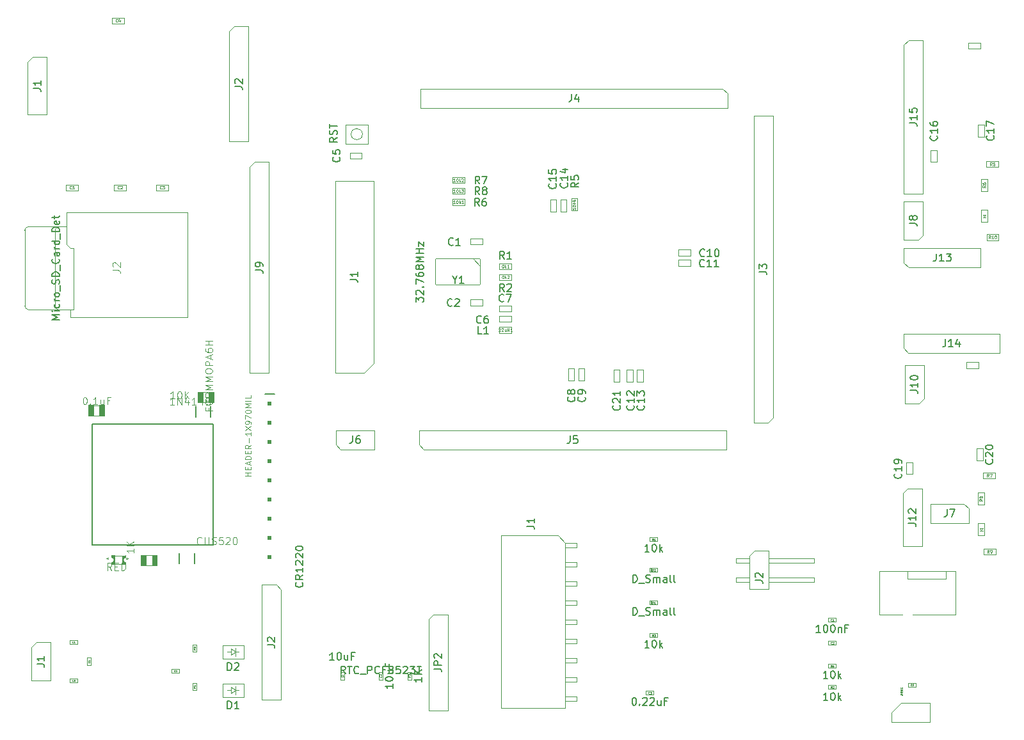
<source format=gbr>
G04 #@! TF.GenerationSoftware,KiCad,Pcbnew,5.0.1-33cea8e~68~ubuntu16.04.1*
G04 #@! TF.CreationDate,2018-10-26T03:49:13-07:00*
G04 #@! TF.ProjectId,integrated-board,696E74656772617465642D626F617264,rev?*
G04 #@! TF.SameCoordinates,Original*
G04 #@! TF.FileFunction,Other,Fab,Top*
%FSLAX46Y46*%
G04 Gerber Fmt 4.6, Leading zero omitted, Abs format (unit mm)*
G04 Created by KiCad (PCBNEW 5.0.1-33cea8e~68~ubuntu16.04.1) date Fri 26 Oct 2018 03:49:13 AM PDT*
%MOMM*%
%LPD*%
G01*
G04 APERTURE LIST*
%ADD10C,0.100000*%
%ADD11C,0.203200*%
%ADD12C,0.127000*%
%ADD13C,0.076200*%
%ADD14C,0.101600*%
%ADD15C,0.150000*%
%ADD16C,0.075000*%
%ADD17C,0.062500*%
%ADD18C,0.040000*%
%ADD19C,0.077216*%
%ADD20C,0.020320*%
%ADD21C,0.061772*%
%ADD22C,0.096520*%
%ADD23C,0.060000*%
G04 APERTURE END LIST*
D10*
G04 #@! TO.C,*
X192804203Y-110873068D02*
X192804203Y-111873068D01*
X192804203Y-111873068D02*
X197904203Y-111873068D01*
X197904203Y-111873068D02*
X197904203Y-110873068D01*
X192154203Y-116673068D02*
X189054203Y-116673068D01*
X189054203Y-116673068D02*
X189054203Y-110873068D01*
X189054203Y-110873068D02*
X199104203Y-110873068D01*
X199104203Y-110873068D02*
X199154203Y-110873068D01*
X199154203Y-110873068D02*
X199154203Y-116673068D01*
X199154203Y-116673068D02*
X193504203Y-116673068D01*
G04 #@! TO.C,J2*
X82030440Y-68116760D02*
X81530440Y-67616760D01*
X82480440Y-68116760D02*
X82030440Y-68116760D01*
X82030440Y-77266760D02*
X82030440Y-76266760D01*
X81530440Y-63416760D02*
X81530440Y-67616760D01*
X80030440Y-75766760D02*
G75*
G03X80530440Y-76266760I500000J0D01*
G01*
X80530440Y-65266760D02*
G75*
G03X80030440Y-65766760I0J-500000D01*
G01*
X80030440Y-65766760D02*
X80030440Y-75766760D01*
X82480440Y-68116760D02*
X82480440Y-76266760D01*
X81530440Y-63416760D02*
X97580440Y-63416760D01*
X82030440Y-77266760D02*
X97580440Y-77266760D01*
X97580440Y-63416760D02*
X97580440Y-77266760D01*
X76030440Y-65766760D02*
X76030440Y-75766760D01*
X76030440Y-75766760D02*
G75*
G03X76530440Y-76266760I500000J0D01*
G01*
X76530440Y-65266760D02*
G75*
G03X76030440Y-65766760I0J-500000D01*
G01*
X76530440Y-76266760D02*
X82480440Y-76266760D01*
X81530440Y-65266760D02*
X76530440Y-65266760D01*
G04 #@! TO.C,0k1*
X140423800Y-70125640D02*
X140423800Y-70925640D01*
X138823800Y-70125640D02*
X140423800Y-70125640D01*
X138823800Y-70925640D02*
X138823800Y-70125640D01*
X140423800Y-70925640D02*
X138823800Y-70925640D01*
G04 #@! TO.C,0k2*
X140433960Y-71553120D02*
X140433960Y-72353120D01*
X138833960Y-71553120D02*
X140433960Y-71553120D01*
X138833960Y-72353120D02*
X138833960Y-71553120D01*
X140433960Y-72353120D02*
X138833960Y-72353120D01*
G04 #@! TO.C,1uF1*
X138798400Y-77859840D02*
X138798400Y-77059840D01*
X140398400Y-77859840D02*
X138798400Y-77859840D01*
X140398400Y-77059840D02*
X140398400Y-77859840D01*
X138798400Y-77059840D02*
X140398400Y-77059840D01*
G04 #@! TO.C,1uF2*
X146904760Y-61699240D02*
X147704760Y-61699240D01*
X146904760Y-63299240D02*
X146904760Y-61699240D01*
X147704760Y-63299240D02*
X146904760Y-63299240D01*
X147704760Y-61699240D02*
X147704760Y-63299240D01*
G04 #@! TO.C,1uF3*
X148736000Y-85620800D02*
X147936000Y-85620800D01*
X148736000Y-84020800D02*
X148736000Y-85620800D01*
X147936000Y-84020800D02*
X148736000Y-84020800D01*
X147936000Y-85620800D02*
X147936000Y-84020800D01*
G04 #@! TO.C,1uF4*
X156477920Y-85803640D02*
X155677920Y-85803640D01*
X156477920Y-84203640D02*
X156477920Y-85803640D01*
X155677920Y-84203640D02*
X156477920Y-84203640D01*
X155677920Y-85803640D02*
X155677920Y-84203640D01*
G04 #@! TO.C,1uF5*
X164106760Y-68317160D02*
X164106760Y-69117160D01*
X162506760Y-68317160D02*
X164106760Y-68317160D01*
X162506760Y-69117160D02*
X162506760Y-68317160D01*
X164106760Y-69117160D02*
X162506760Y-69117160D01*
G04 #@! TO.C,4.7uF1*
X154740560Y-85808760D02*
X153940560Y-85808760D01*
X154740560Y-84208760D02*
X154740560Y-85808760D01*
X153940560Y-84208760D02*
X154740560Y-84208760D01*
X153940560Y-85808760D02*
X153940560Y-84208760D01*
G04 #@! TO.C,10k1*
X134185560Y-61616640D02*
X134185560Y-62416640D01*
X132585560Y-61616640D02*
X134185560Y-61616640D01*
X132585560Y-62416640D02*
X132585560Y-61616640D01*
X134185560Y-62416640D02*
X132585560Y-62416640D01*
G04 #@! TO.C,10k2*
X134185560Y-58715960D02*
X134185560Y-59515960D01*
X132585560Y-58715960D02*
X134185560Y-58715960D01*
X132585560Y-59515960D02*
X132585560Y-58715960D01*
X134185560Y-59515960D02*
X132585560Y-59515960D01*
G04 #@! TO.C,10k3*
X134185560Y-60158680D02*
X134185560Y-60958680D01*
X132585560Y-60158680D02*
X134185560Y-60158680D01*
X132585560Y-60958680D02*
X132585560Y-60158680D01*
X134185560Y-60958680D02*
X132585560Y-60958680D01*
G04 #@! TO.C,10k4*
X149122080Y-63149200D02*
X148322080Y-63149200D01*
X149122080Y-61549200D02*
X149122080Y-63149200D01*
X148322080Y-61549200D02*
X149122080Y-61549200D01*
X148322080Y-63149200D02*
X148322080Y-61549200D01*
G04 #@! TO.C,10nF1*
X138800940Y-76516180D02*
X138800940Y-75716180D01*
X140400940Y-76516180D02*
X138800940Y-76516180D01*
X140400940Y-75716180D02*
X140400940Y-76516180D01*
X138800940Y-75716180D02*
X140400940Y-75716180D01*
G04 #@! TO.C,22uH1*
X140418720Y-78558440D02*
X140418720Y-79358440D01*
X138818720Y-78558440D02*
X140418720Y-78558440D01*
X138818720Y-79358440D02*
X138818720Y-78558440D01*
X140418720Y-79358440D02*
X138818720Y-79358440D01*
G04 #@! TO.C,100nF1*
X120627000Y-55464760D02*
X120627000Y-56264760D01*
X119027000Y-55464760D02*
X120627000Y-55464760D01*
X119027000Y-56264760D02*
X119027000Y-55464760D01*
X120627000Y-56264760D02*
X119027000Y-56264760D01*
G04 #@! TO.C,100nF2*
X145548400Y-61699240D02*
X146348400Y-61699240D01*
X145548400Y-63299240D02*
X145548400Y-61699240D01*
X146348400Y-63299240D02*
X145548400Y-63299240D01*
X146348400Y-61699240D02*
X146348400Y-63299240D01*
G04 #@! TO.C,100nF3*
X150087280Y-85620800D02*
X149287280Y-85620800D01*
X150087280Y-84020800D02*
X150087280Y-85620800D01*
X149287280Y-84020800D02*
X150087280Y-84020800D01*
X149287280Y-85620800D02*
X149287280Y-84020800D01*
G04 #@! TO.C,100nF4*
X157803800Y-85803600D02*
X157003800Y-85803600D01*
X157803800Y-84203600D02*
X157803800Y-85803600D01*
X157003800Y-84203600D02*
X157803800Y-84203600D01*
X157003800Y-85803600D02*
X157003800Y-84203600D01*
G04 #@! TO.C,100nF5*
X164101680Y-69678600D02*
X164101680Y-70478600D01*
X162501680Y-69678600D02*
X164101680Y-69678600D01*
X162501680Y-70478600D02*
X162501680Y-69678600D01*
X164101680Y-70478600D02*
X162501680Y-70478600D01*
G04 #@! TO.C,C1*
X136563000Y-66838880D02*
X136563000Y-67638880D01*
X134963000Y-66838880D02*
X136563000Y-66838880D01*
X134963000Y-67638880D02*
X134963000Y-66838880D01*
X136563000Y-67638880D02*
X134963000Y-67638880D01*
G04 #@! TO.C,C2*
X136557920Y-74911000D02*
X136557920Y-75711000D01*
X134957920Y-74911000D02*
X136557920Y-74911000D01*
X134957920Y-75711000D02*
X134957920Y-74911000D01*
X136557920Y-75711000D02*
X134957920Y-75711000D01*
G04 #@! TO.C,J1*
X120904000Y-84632800D02*
X117094000Y-84632800D01*
X117094000Y-84632800D02*
X117094000Y-59232800D01*
X117094000Y-59232800D02*
X122174000Y-59232800D01*
X122174000Y-59232800D02*
X122174000Y-83362800D01*
X122174000Y-83362800D02*
X120904000Y-84632800D01*
G04 #@! TO.C,J3*
X174365920Y-91221560D02*
X172460920Y-91221560D01*
X172460920Y-91221560D02*
X172460920Y-50581560D01*
X172460920Y-50581560D02*
X175000920Y-50581560D01*
X175000920Y-50581560D02*
X175000920Y-90586560D01*
X175000920Y-90586560D02*
X174365920Y-91221560D01*
G04 #@! TO.C,J4*
X169016680Y-47645320D02*
X169016680Y-49550320D01*
X169016680Y-49550320D02*
X128376680Y-49550320D01*
X128376680Y-49550320D02*
X128376680Y-47010320D01*
X128376680Y-47010320D02*
X168381680Y-47010320D01*
X168381680Y-47010320D02*
X169016680Y-47645320D01*
G04 #@! TO.C,J5*
X128183640Y-94137480D02*
X128183640Y-92232480D01*
X128183640Y-92232480D02*
X168823640Y-92232480D01*
X168823640Y-92232480D02*
X168823640Y-94772480D01*
X168823640Y-94772480D02*
X128818640Y-94772480D01*
X128818640Y-94772480D02*
X128183640Y-94137480D01*
G04 #@! TO.C,J6*
X117195600Y-94122240D02*
X117195600Y-92217240D01*
X117195600Y-92217240D02*
X122275600Y-92217240D01*
X122275600Y-92217240D02*
X122275600Y-94757240D01*
X122275600Y-94757240D02*
X117830600Y-94757240D01*
X117830600Y-94757240D02*
X117195600Y-94122240D01*
G04 #@! TO.C,J9*
X106436480Y-56699400D02*
X108341480Y-56699400D01*
X108341480Y-56699400D02*
X108341480Y-84639400D01*
X108341480Y-84639400D02*
X105801480Y-84639400D01*
X105801480Y-84639400D02*
X105801480Y-57334400D01*
X105801480Y-57334400D02*
X106436480Y-56699400D01*
G04 #@! TO.C,SW1*
X118448960Y-51780120D02*
X121448960Y-51780120D01*
X121448960Y-51780120D02*
X121448960Y-54280120D01*
X121448960Y-54280120D02*
X118448960Y-54280120D01*
X118448960Y-54280120D02*
X118448960Y-51780120D01*
X120698960Y-53030120D02*
G75*
G03X120698960Y-53030120I-750000J0D01*
G01*
G04 #@! TO.C,Y1*
X136194120Y-72986840D02*
X130394120Y-72986840D01*
X130394120Y-72986840D02*
X130294120Y-72886840D01*
X130294120Y-72886840D02*
X130294120Y-69586840D01*
X130294120Y-69586840D02*
X130394120Y-69486840D01*
X130394120Y-69486840D02*
X136194120Y-69486840D01*
X136194120Y-69486840D02*
X136294120Y-69586840D01*
X136294120Y-69586840D02*
X136294120Y-72886840D01*
X136294120Y-72886840D02*
X136194120Y-72986840D01*
X136294120Y-70486840D02*
X135294120Y-69486840D01*
G04 #@! TO.C,C16*
X196675000Y-56725000D02*
X195875000Y-56725000D01*
X196675000Y-55125000D02*
X196675000Y-56725000D01*
X195875000Y-55125000D02*
X196675000Y-55125000D01*
X195875000Y-56725000D02*
X195875000Y-55125000D01*
G04 #@! TO.C,C17*
X202150000Y-51775000D02*
X202950000Y-51775000D01*
X202150000Y-53375000D02*
X202150000Y-51775000D01*
X202950000Y-53375000D02*
X202150000Y-53375000D01*
X202950000Y-51775000D02*
X202950000Y-53375000D01*
G04 #@! TO.C,C18*
X202475000Y-40900000D02*
X202475000Y-41700000D01*
X200875000Y-40900000D02*
X202475000Y-40900000D01*
X200875000Y-41700000D02*
X200875000Y-40900000D01*
X202475000Y-41700000D02*
X200875000Y-41700000D01*
G04 #@! TO.C,C19*
X193459080Y-98047980D02*
X192659080Y-98047980D01*
X193459080Y-96447980D02*
X193459080Y-98047980D01*
X192659080Y-96447980D02*
X193459080Y-96447980D01*
X192659080Y-98047980D02*
X192659080Y-96447980D01*
G04 #@! TO.C,C20*
X201996120Y-94642080D02*
X202796120Y-94642080D01*
X201996120Y-96242080D02*
X201996120Y-94642080D01*
X202796120Y-96242080D02*
X201996120Y-96242080D01*
X202796120Y-94642080D02*
X202796120Y-96242080D01*
G04 #@! TO.C,C21*
X202215720Y-83203100D02*
X202215720Y-84003100D01*
X200615720Y-83203100D02*
X202215720Y-83203100D01*
X200615720Y-84003100D02*
X200615720Y-83203100D01*
X202215720Y-84003100D02*
X200615720Y-84003100D01*
G04 #@! TO.C,J10*
X194357020Y-88672940D02*
X192452020Y-88672940D01*
X192452020Y-88672940D02*
X192452020Y-83592940D01*
X192452020Y-83592940D02*
X194992020Y-83592940D01*
X194992020Y-83592940D02*
X194992020Y-88037940D01*
X194992020Y-88037940D02*
X194357020Y-88672940D01*
G04 #@! TO.C,R5*
X204850000Y-56600000D02*
X204850000Y-57400000D01*
X203250000Y-56600000D02*
X204850000Y-56600000D01*
X203250000Y-57400000D02*
X203250000Y-56600000D01*
X204850000Y-57400000D02*
X203250000Y-57400000D01*
G04 #@! TO.C,R6*
X202552260Y-58947680D02*
X203352260Y-58947680D01*
X202552260Y-60547680D02*
X202552260Y-58947680D01*
X203352260Y-60547680D02*
X202552260Y-60547680D01*
X203352260Y-58947680D02*
X203352260Y-60547680D01*
G04 #@! TO.C,R7*
X204427840Y-97813180D02*
X204427840Y-98613180D01*
X202827840Y-97813180D02*
X204427840Y-97813180D01*
X202827840Y-98613180D02*
X202827840Y-97813180D01*
X204427840Y-98613180D02*
X202827840Y-98613180D01*
G04 #@! TO.C,R8*
X202158680Y-100440860D02*
X202958680Y-100440860D01*
X202158680Y-102040860D02*
X202158680Y-100440860D01*
X202958680Y-102040860D02*
X202158680Y-102040860D01*
X202958680Y-100440860D02*
X202958680Y-102040860D01*
G04 #@! TO.C,J7*
X200933080Y-102581980D02*
X200933080Y-104486980D01*
X200933080Y-104486980D02*
X195853080Y-104486980D01*
X195853080Y-104486980D02*
X195853080Y-101946980D01*
X195853080Y-101946980D02*
X200298080Y-101946980D01*
X200298080Y-101946980D02*
X200933080Y-102581980D01*
G04 #@! TO.C,J8*
X194235000Y-67020000D02*
X192330000Y-67020000D01*
X192330000Y-67020000D02*
X192330000Y-61940000D01*
X192330000Y-61940000D02*
X194870000Y-61940000D01*
X194870000Y-61940000D02*
X194870000Y-66385000D01*
X194870000Y-66385000D02*
X194235000Y-67020000D01*
G04 #@! TO.C,D4*
X202363760Y-105525180D02*
X202763760Y-105525180D01*
X202563760Y-105475180D02*
X202363760Y-105175180D01*
X202763760Y-105175180D02*
X202563760Y-105475180D01*
X202363760Y-105175180D02*
X202763760Y-105175180D01*
X202963760Y-104525180D02*
X202963760Y-106125180D01*
X202163760Y-104525180D02*
X202963760Y-104525180D01*
X202163760Y-106125180D02*
X202163760Y-104525180D01*
X202163760Y-106125180D02*
X202963760Y-106125180D01*
G04 #@! TO.C,D5*
X202764960Y-64060120D02*
X203164960Y-64060120D01*
X202964960Y-64010120D02*
X202764960Y-63710120D01*
X203164960Y-63710120D02*
X202964960Y-64010120D01*
X202764960Y-63710120D02*
X203164960Y-63710120D01*
X203364960Y-63060120D02*
X203364960Y-64660120D01*
X202564960Y-63060120D02*
X203364960Y-63060120D01*
X202564960Y-64660120D02*
X202564960Y-63060120D01*
X202564960Y-64660120D02*
X203364960Y-64660120D01*
G04 #@! TO.C,R9*
X204461040Y-107886820D02*
X204461040Y-108686820D01*
X202861040Y-107886820D02*
X204461040Y-107886820D01*
X202861040Y-108686820D02*
X202861040Y-107886820D01*
X204461040Y-108686820D02*
X202861040Y-108686820D01*
G04 #@! TO.C,R10*
X204867500Y-66284600D02*
X204867500Y-67084600D01*
X203267500Y-66284600D02*
X204867500Y-66284600D01*
X203267500Y-67084600D02*
X203267500Y-66284600D01*
X204867500Y-67084600D02*
X203267500Y-67084600D01*
G04 #@! TO.C,J13*
X192330000Y-70035000D02*
X192330000Y-68130000D01*
X192330000Y-68130000D02*
X202490000Y-68130000D01*
X202490000Y-68130000D02*
X202490000Y-70670000D01*
X202490000Y-70670000D02*
X192965000Y-70670000D01*
X192965000Y-70670000D02*
X192330000Y-70035000D01*
G04 #@! TO.C,J14*
X192279300Y-81362820D02*
X192279300Y-79457820D01*
X192279300Y-79457820D02*
X204979300Y-79457820D01*
X204979300Y-79457820D02*
X204979300Y-81997820D01*
X204979300Y-81997820D02*
X192914300Y-81997820D01*
X192914300Y-81997820D02*
X192279300Y-81362820D01*
G04 #@! TO.C,J12*
X192840640Y-99937840D02*
X194745640Y-99937840D01*
X194745640Y-99937840D02*
X194745640Y-107557840D01*
X194745640Y-107557840D02*
X192205640Y-107557840D01*
X192205640Y-107557840D02*
X192205640Y-100572840D01*
X192205640Y-100572840D02*
X192840640Y-99937840D01*
G04 #@! TO.C,J15*
X192965000Y-40570000D02*
X194870000Y-40570000D01*
X194870000Y-40570000D02*
X194870000Y-60890000D01*
X194870000Y-60890000D02*
X192330000Y-60890000D01*
X192330000Y-60890000D02*
X192330000Y-41205000D01*
X192330000Y-41205000D02*
X192965000Y-40570000D01*
G04 #@! TO.C,C1*
X192909203Y-126203068D02*
X192909203Y-125703068D01*
X192909203Y-125703068D02*
X193909203Y-125703068D01*
X193909203Y-125703068D02*
X193909203Y-126203068D01*
X193909203Y-126203068D02*
X192909203Y-126203068D01*
G04 #@! TO.C,*
X191944203Y-128303068D02*
X195754203Y-128303068D01*
X195754203Y-128303068D02*
X195754203Y-130843068D01*
X195754203Y-130843068D02*
X190674203Y-130843068D01*
X190674203Y-130843068D02*
X190674203Y-129573068D01*
X190674203Y-129573068D02*
X191944203Y-128303068D01*
G04 #@! TO.C,JP2*
X129455080Y-117259560D02*
X130090080Y-116624560D01*
X129455080Y-129324560D02*
X129455080Y-117259560D01*
X131995080Y-129324560D02*
X129455080Y-129324560D01*
X131995080Y-116624560D02*
X131995080Y-129324560D01*
X130090080Y-116624560D02*
X131995080Y-116624560D01*
G04 #@! TO.C,C1*
X118275080Y-124229560D02*
X118275080Y-125229560D01*
X117775080Y-124229560D02*
X118275080Y-124229560D01*
X117775080Y-125229560D02*
X117775080Y-124229560D01*
X118275080Y-125229560D02*
X117775080Y-125229560D01*
G04 #@! TO.C,C2*
X123355080Y-125229560D02*
X122855080Y-125229560D01*
X122855080Y-125229560D02*
X122855080Y-124229560D01*
X122855080Y-124229560D02*
X123355080Y-124229560D01*
X123355080Y-124229560D02*
X123355080Y-125229560D01*
G04 #@! TO.C,R3*
X127165080Y-124229560D02*
X127165080Y-125229560D01*
X126665080Y-124229560D02*
X127165080Y-124229560D01*
X126665080Y-125229560D02*
X126665080Y-124229560D01*
X127165080Y-125229560D02*
X126665080Y-125229560D01*
G04 #@! TO.C,J2*
X172543300Y-108204160D02*
X174448300Y-108204160D01*
X174448300Y-108204160D02*
X174448300Y-113284160D01*
X174448300Y-113284160D02*
X171908300Y-113284160D01*
X171908300Y-113284160D02*
X171908300Y-108839160D01*
X171908300Y-108839160D02*
X172543300Y-108204160D01*
X170088300Y-109154160D02*
X171908300Y-109154160D01*
X170088300Y-109154160D02*
X170088300Y-109794160D01*
X170088300Y-109794160D02*
X171908300Y-109794160D01*
X174448300Y-109154160D02*
X180448300Y-109154160D01*
X180448300Y-109154160D02*
X180448300Y-109794160D01*
X174448300Y-109794160D02*
X180448300Y-109794160D01*
X170088300Y-111694160D02*
X171908300Y-111694160D01*
X170088300Y-111694160D02*
X170088300Y-112334160D01*
X170088300Y-112334160D02*
X171908300Y-112334160D01*
X174448300Y-111694160D02*
X180448300Y-111694160D01*
X180448300Y-111694160D02*
X180448300Y-112334160D01*
X174448300Y-112334160D02*
X180448300Y-112334160D01*
G04 #@! TO.C,C1*
X182354300Y-117598160D02*
X182354300Y-117098160D01*
X182354300Y-117098160D02*
X183354300Y-117098160D01*
X183354300Y-117098160D02*
X183354300Y-117598160D01*
X183354300Y-117598160D02*
X182354300Y-117598160D01*
G04 #@! TO.C,C2*
X183354300Y-120646160D02*
X182354300Y-120646160D01*
X183354300Y-120146160D02*
X183354300Y-120646160D01*
X182354300Y-120146160D02*
X183354300Y-120146160D01*
X182354300Y-120646160D02*
X182354300Y-120146160D01*
G04 #@! TO.C,C3*
X158224300Y-127250160D02*
X158224300Y-126750160D01*
X158224300Y-126750160D02*
X159224300Y-126750160D01*
X159224300Y-126750160D02*
X159224300Y-127250160D01*
X159224300Y-127250160D02*
X158224300Y-127250160D01*
G04 #@! TO.C,D1*
X158732300Y-115312160D02*
X158732300Y-114812160D01*
X158732300Y-114812160D02*
X159732300Y-114812160D01*
X159732300Y-114812160D02*
X159732300Y-115312160D01*
X159732300Y-115312160D02*
X158732300Y-115312160D01*
X158832300Y-115312160D02*
X158832300Y-114812160D01*
X158932300Y-115312160D02*
X158932300Y-114812160D01*
G04 #@! TO.C,D2*
X158932300Y-110994160D02*
X158932300Y-110494160D01*
X158832300Y-110994160D02*
X158832300Y-110494160D01*
X159732300Y-110994160D02*
X158732300Y-110994160D01*
X159732300Y-110494160D02*
X159732300Y-110994160D01*
X158732300Y-110494160D02*
X159732300Y-110494160D01*
X158732300Y-110994160D02*
X158732300Y-110494160D01*
G04 #@! TO.C,J1*
X139043301Y-106169161D02*
X146583301Y-106169161D01*
X146583301Y-106169161D02*
X147553301Y-107139161D01*
X147553301Y-107139161D02*
X147553301Y-129029161D01*
X147553301Y-129029161D02*
X139043301Y-129029161D01*
X139043301Y-129029161D02*
X139043301Y-106169161D01*
X149073301Y-107139161D02*
X147553301Y-107139161D01*
X147553301Y-107739161D02*
X149073301Y-107739161D01*
X149073301Y-107739161D02*
X149073301Y-107139161D01*
X149073301Y-109679161D02*
X147553301Y-109679161D01*
X147553301Y-110279161D02*
X149073301Y-110279161D01*
X149073301Y-110279161D02*
X149073301Y-109679161D01*
X149073301Y-112219161D02*
X147553301Y-112219161D01*
X147553301Y-112819161D02*
X149073301Y-112819161D01*
X149073301Y-112819161D02*
X149073301Y-112219161D01*
X149073301Y-114759161D02*
X147553301Y-114759161D01*
X147553301Y-115359161D02*
X149073301Y-115359161D01*
X149073301Y-115359161D02*
X149073301Y-114759161D01*
X149073301Y-117299161D02*
X147553301Y-117299161D01*
X147553301Y-117899161D02*
X149073301Y-117899161D01*
X149073301Y-117899161D02*
X149073301Y-117299161D01*
X149073301Y-119839161D02*
X147553301Y-119839161D01*
X147553301Y-120439161D02*
X149073301Y-120439161D01*
X149073301Y-120439161D02*
X149073301Y-119839161D01*
X149073301Y-122379161D02*
X147553301Y-122379161D01*
X147553301Y-122979161D02*
X149073301Y-122979161D01*
X149073301Y-122979161D02*
X149073301Y-122379161D01*
X149073301Y-124919161D02*
X147553301Y-124919161D01*
X147553301Y-125519161D02*
X149073301Y-125519161D01*
X149073301Y-125519161D02*
X149073301Y-124919161D01*
X149073301Y-127459161D02*
X147553301Y-127459161D01*
X147553301Y-128059161D02*
X149073301Y-128059161D01*
X149073301Y-128059161D02*
X149073301Y-127459161D01*
G04 #@! TO.C,R1*
X158732300Y-106930160D02*
X158732300Y-106430160D01*
X158732300Y-106430160D02*
X159732300Y-106430160D01*
X159732300Y-106430160D02*
X159732300Y-106930160D01*
X159732300Y-106930160D02*
X158732300Y-106930160D01*
G04 #@! TO.C,R2*
X182354300Y-126488160D02*
X182354300Y-125988160D01*
X182354300Y-125988160D02*
X183354300Y-125988160D01*
X183354300Y-125988160D02*
X183354300Y-126488160D01*
X183354300Y-126488160D02*
X182354300Y-126488160D01*
G04 #@! TO.C,R3*
X159732300Y-119630160D02*
X158732300Y-119630160D01*
X159732300Y-119130160D02*
X159732300Y-119630160D01*
X158732300Y-119130160D02*
X159732300Y-119130160D01*
X158732300Y-119630160D02*
X158732300Y-119130160D01*
G04 #@! TO.C,R4*
X183354300Y-123694160D02*
X182354300Y-123694160D01*
X183354300Y-123194160D02*
X183354300Y-123694160D01*
X182354300Y-123194160D02*
X183354300Y-123194160D01*
X182354300Y-123694160D02*
X182354300Y-123194160D01*
G04 #@! TO.C,C1*
X84282480Y-122324880D02*
X84782480Y-122324880D01*
X84782480Y-122324880D02*
X84782480Y-123324880D01*
X84782480Y-123324880D02*
X84282480Y-123324880D01*
X84282480Y-123324880D02*
X84282480Y-122324880D01*
G04 #@! TO.C,C2*
X96462480Y-124344880D02*
X95462480Y-124344880D01*
X96462480Y-123844880D02*
X96462480Y-124344880D01*
X95462480Y-123844880D02*
X96462480Y-123844880D01*
X95462480Y-124344880D02*
X95462480Y-123844880D01*
G04 #@! TO.C,J1*
X77547480Y-120284880D02*
X79452480Y-120284880D01*
X79452480Y-120284880D02*
X79452480Y-125364880D01*
X79452480Y-125364880D02*
X76912480Y-125364880D01*
X76912480Y-125364880D02*
X76912480Y-120919880D01*
X76912480Y-120919880D02*
X77547480Y-120284880D01*
G04 #@! TO.C,J2*
X107392480Y-112664880D02*
X109297480Y-112664880D01*
X109297480Y-112664880D02*
X109932480Y-113299880D01*
X109932480Y-113299880D02*
X109932480Y-127904880D01*
X109932480Y-127904880D02*
X107392480Y-127904880D01*
X107392480Y-127904880D02*
X107392480Y-112664880D01*
G04 #@! TO.C,L1*
X82977480Y-120034880D02*
X82977480Y-120534880D01*
X82977480Y-120534880D02*
X81977480Y-120534880D01*
X81977480Y-120534880D02*
X81977480Y-120034880D01*
X81977480Y-120034880D02*
X82977480Y-120034880D01*
G04 #@! TO.C,L2*
X81977480Y-125114880D02*
X82977480Y-125114880D01*
X81977480Y-125614880D02*
X81977480Y-125114880D01*
X82977480Y-125614880D02*
X81977480Y-125614880D01*
X82977480Y-125114880D02*
X82977480Y-125614880D01*
G04 #@! TO.C,R1*
X98252480Y-125649880D02*
X98752480Y-125649880D01*
X98752480Y-125649880D02*
X98752480Y-126649880D01*
X98752480Y-126649880D02*
X98252480Y-126649880D01*
X98252480Y-126649880D02*
X98252480Y-125649880D01*
G04 #@! TO.C,R2*
X98252480Y-121569880D02*
X98252480Y-120569880D01*
X98752480Y-121569880D02*
X98252480Y-121569880D01*
X98752480Y-120569880D02*
X98752480Y-121569880D01*
X98252480Y-120569880D02*
X98752480Y-120569880D01*
G04 #@! TO.C,D1*
X104982480Y-127534880D02*
X102182480Y-127534880D01*
X102182480Y-127534880D02*
X102182480Y-125734880D01*
X102182480Y-125734880D02*
X104982480Y-125734880D01*
X104982480Y-125734880D02*
X104982480Y-127534880D01*
X104332480Y-126634880D02*
X103932480Y-126634880D01*
X103932480Y-126634880D02*
X103932480Y-127184880D01*
X103932480Y-126634880D02*
X103932480Y-126084880D01*
X103932480Y-126634880D02*
X103332480Y-127034880D01*
X103332480Y-127034880D02*
X103332480Y-126234880D01*
X103332480Y-126234880D02*
X103932480Y-126634880D01*
X103332480Y-126634880D02*
X102832480Y-126634880D01*
G04 #@! TO.C,D2*
X103332480Y-121554880D02*
X102832480Y-121554880D01*
X103332480Y-121154880D02*
X103932480Y-121554880D01*
X103332480Y-121954880D02*
X103332480Y-121154880D01*
X103932480Y-121554880D02*
X103332480Y-121954880D01*
X103932480Y-121554880D02*
X103932480Y-121004880D01*
X103932480Y-121554880D02*
X103932480Y-122104880D01*
X104332480Y-121554880D02*
X103932480Y-121554880D01*
X104982480Y-120654880D02*
X104982480Y-122454880D01*
X102182480Y-120654880D02*
X104982480Y-120654880D01*
X102182480Y-122454880D02*
X102182480Y-120654880D01*
X104982480Y-122454880D02*
X102182480Y-122454880D01*
D11*
G04 #@! TO.C,U1*
X100906259Y-91401092D02*
X100906259Y-107401092D01*
X84906259Y-91401092D02*
X100906259Y-91401092D01*
D12*
X84906259Y-107401092D02*
X84906259Y-91401092D01*
D11*
X100906259Y-107401092D02*
X84906259Y-107401092D01*
D10*
G04 #@! TO.C,LED1*
G36*
X89386259Y-108785092D02*
X89386259Y-109110092D01*
X89461259Y-109110092D01*
X89461259Y-108785092D01*
X89386259Y-108785092D01*
G37*
G36*
X88961259Y-108810092D02*
X88961259Y-109110092D01*
X89223259Y-109110092D01*
X89223259Y-108810092D01*
X88961259Y-108810092D01*
G37*
G36*
X87786259Y-109210092D02*
X87786259Y-109610092D01*
X87961259Y-109610092D01*
X87961259Y-109210092D01*
X87786259Y-109210092D01*
G37*
G36*
X87711259Y-109085092D02*
X87711259Y-109235092D01*
X87961259Y-109235092D01*
X87961259Y-109085092D01*
X87711259Y-109085092D01*
G37*
G36*
X87711259Y-109585092D02*
X87711259Y-109735092D01*
X87961259Y-109735092D01*
X87961259Y-109585092D01*
X87711259Y-109585092D01*
G37*
G36*
X87461259Y-108785092D02*
X87461259Y-109110092D01*
X87961259Y-109110092D01*
X87961259Y-108785092D01*
X87461259Y-108785092D01*
G37*
G36*
X87461259Y-109710092D02*
X87461259Y-110035092D01*
X87961259Y-110035092D01*
X87961259Y-109710092D01*
X87461259Y-109710092D01*
G37*
G36*
X88961259Y-109210092D02*
X88961259Y-109610092D01*
X89136259Y-109610092D01*
X89136259Y-109210092D01*
X88961259Y-109210092D01*
G37*
G36*
X88961259Y-109585092D02*
X88961259Y-109735092D01*
X89211259Y-109735092D01*
X89211259Y-109585092D01*
X88961259Y-109585092D01*
G37*
G36*
X88961259Y-109085092D02*
X88961259Y-109235092D01*
X89211259Y-109235092D01*
X89211259Y-109085092D01*
X88961259Y-109085092D01*
G37*
G36*
X88961259Y-109710092D02*
X88961259Y-110035092D01*
X89461259Y-110035092D01*
X89461259Y-109710092D01*
X88961259Y-109710092D01*
G37*
D13*
X89414259Y-108960092D02*
G75*
G03X89414259Y-108960092I-103000J0D01*
G01*
D14*
X87961259Y-108835092D02*
X89386259Y-108835092D01*
X88986259Y-109985092D02*
X87936259Y-109985092D01*
X87536261Y-109760092D02*
G75*
G03X87536259Y-109060092I-54201J350000D01*
G01*
X89386257Y-109760092D02*
G75*
G02X89386259Y-109060092I54201J350000D01*
G01*
D10*
G04 #@! TO.C,R1*
G36*
X92169659Y-108734192D02*
X91419559Y-108734192D01*
X91419559Y-110184292D01*
X92169659Y-110184292D01*
X92169659Y-108734192D01*
G37*
G36*
X93617459Y-108734192D02*
X92867359Y-108734192D01*
X92867359Y-110184292D01*
X93617459Y-110184292D01*
X93617459Y-108734192D01*
G37*
D14*
X92881259Y-108798092D02*
X92144259Y-108798092D01*
X92906259Y-110118092D02*
X92144259Y-110118092D01*
D10*
G04 #@! TO.C,C1*
G36*
X85160659Y-88898192D02*
X84410559Y-88898192D01*
X84410559Y-90348292D01*
X85160659Y-90348292D01*
X85160659Y-88898192D01*
G37*
G36*
X86608459Y-88898192D02*
X85858359Y-88898192D01*
X85858359Y-90348292D01*
X86608459Y-90348292D01*
X86608459Y-88898192D01*
G37*
D14*
X85872259Y-88962092D02*
X85135259Y-88962092D01*
X85897259Y-90282092D02*
X85135259Y-90282092D01*
D11*
G04 #@! TO.C,D1*
X100637259Y-89049092D02*
X100637259Y-90449092D01*
X98637259Y-90449092D02*
X98637259Y-89049092D01*
D10*
G04 #@! TO.C,R3*
G36*
X99662659Y-87144192D02*
X98912559Y-87144192D01*
X98912559Y-88594292D01*
X99662659Y-88594292D01*
X99662659Y-87144192D01*
G37*
G36*
X101110459Y-87144192D02*
X100360359Y-87144192D01*
X100360359Y-88594292D01*
X101110459Y-88594292D01*
X101110459Y-87144192D01*
G37*
D14*
X100374259Y-87208092D02*
X99637259Y-87208092D01*
X100399259Y-88528092D02*
X99637259Y-88528092D01*
D10*
G04 #@! TO.C,JP1*
G36*
X108146259Y-108799092D02*
X108146259Y-109307092D01*
X108654259Y-109307092D01*
X108654259Y-108799092D01*
X108146259Y-108799092D01*
G37*
G36*
X108146259Y-88479092D02*
X108146259Y-88987092D01*
X108654259Y-88987092D01*
X108654259Y-88479092D01*
X108146259Y-88479092D01*
G37*
G36*
X108146259Y-91019092D02*
X108146259Y-91527092D01*
X108654259Y-91527092D01*
X108654259Y-91019092D01*
X108146259Y-91019092D01*
G37*
G36*
X108146259Y-93559092D02*
X108146259Y-94067092D01*
X108654259Y-94067092D01*
X108654259Y-93559092D01*
X108146259Y-93559092D01*
G37*
G36*
X108146259Y-96099092D02*
X108146259Y-96607092D01*
X108654259Y-96607092D01*
X108654259Y-96099092D01*
X108146259Y-96099092D01*
G37*
G36*
X108146259Y-98639092D02*
X108146259Y-99147092D01*
X108654259Y-99147092D01*
X108654259Y-98639092D01*
X108146259Y-98639092D01*
G37*
G36*
X108146259Y-101179092D02*
X108146259Y-101687092D01*
X108654259Y-101687092D01*
X108654259Y-101179092D01*
X108146259Y-101179092D01*
G37*
G36*
X108146259Y-103719092D02*
X108146259Y-104227092D01*
X108654259Y-104227092D01*
X108654259Y-103719092D01*
X108146259Y-103719092D01*
G37*
G36*
X108146259Y-106259092D02*
X108146259Y-106767092D01*
X108654259Y-106767092D01*
X108654259Y-106259092D01*
X108146259Y-106259092D01*
G37*
D11*
X109035259Y-87463092D02*
X107765259Y-87463092D01*
G04 #@! TO.C,D2*
X98478259Y-108480092D02*
X98478259Y-109880092D01*
X96478259Y-109880092D02*
X96478259Y-108480092D01*
D10*
G04 #@! TO.C,C1*
X81463000Y-60495000D02*
X81463000Y-59695000D01*
X81463000Y-59695000D02*
X83063000Y-59695000D01*
X83063000Y-59695000D02*
X83063000Y-60495000D01*
X83063000Y-60495000D02*
X81463000Y-60495000D01*
G04 #@! TO.C,C2*
X89413000Y-60495000D02*
X87813000Y-60495000D01*
X89413000Y-59695000D02*
X89413000Y-60495000D01*
X87813000Y-59695000D02*
X89413000Y-59695000D01*
X87813000Y-60495000D02*
X87813000Y-59695000D01*
G04 #@! TO.C,C3*
X93401000Y-60495000D02*
X93401000Y-59695000D01*
X93401000Y-59695000D02*
X95001000Y-59695000D01*
X95001000Y-59695000D02*
X95001000Y-60495000D01*
X95001000Y-60495000D02*
X93401000Y-60495000D01*
G04 #@! TO.C,C4*
X89159000Y-38397000D02*
X87559000Y-38397000D01*
X89159000Y-37597000D02*
X89159000Y-38397000D01*
X87559000Y-37597000D02*
X89159000Y-37597000D01*
X87559000Y-38397000D02*
X87559000Y-37597000D01*
G04 #@! TO.C,J1*
X77056000Y-42823000D02*
X78961000Y-42823000D01*
X78961000Y-42823000D02*
X78961000Y-50443000D01*
X78961000Y-50443000D02*
X76421000Y-50443000D01*
X76421000Y-50443000D02*
X76421000Y-43458000D01*
X76421000Y-43458000D02*
X77056000Y-42823000D01*
G04 #@! TO.C,J2*
X103726000Y-38759000D02*
X105631000Y-38759000D01*
X105631000Y-38759000D02*
X105631000Y-53999000D01*
X105631000Y-53999000D02*
X103091000Y-53999000D01*
X103091000Y-53999000D02*
X103091000Y-39394000D01*
X103091000Y-39394000D02*
X103726000Y-38759000D01*
G04 #@! TD*
G04 #@! TO.C,*
D15*
G04 #@! TO.C,J2*
X80632820Y-77576283D02*
X79632820Y-77576283D01*
X80347106Y-77242950D01*
X79632820Y-76909617D01*
X80632820Y-76909617D01*
X80632820Y-76433426D02*
X79966154Y-76433426D01*
X79632820Y-76433426D02*
X79680440Y-76481045D01*
X79728059Y-76433426D01*
X79680440Y-76385807D01*
X79632820Y-76433426D01*
X79728059Y-76433426D01*
X80585201Y-75528664D02*
X80632820Y-75623902D01*
X80632820Y-75814379D01*
X80585201Y-75909617D01*
X80537582Y-75957236D01*
X80442344Y-76004855D01*
X80156630Y-76004855D01*
X80061392Y-75957236D01*
X80013773Y-75909617D01*
X79966154Y-75814379D01*
X79966154Y-75623902D01*
X80013773Y-75528664D01*
X80632820Y-75100093D02*
X79966154Y-75100093D01*
X80156630Y-75100093D02*
X80061392Y-75052474D01*
X80013773Y-75004855D01*
X79966154Y-74909617D01*
X79966154Y-74814379D01*
X80632820Y-74338188D02*
X80585201Y-74433426D01*
X80537582Y-74481045D01*
X80442344Y-74528664D01*
X80156630Y-74528664D01*
X80061392Y-74481045D01*
X80013773Y-74433426D01*
X79966154Y-74338188D01*
X79966154Y-74195331D01*
X80013773Y-74100093D01*
X80061392Y-74052474D01*
X80156630Y-74004855D01*
X80442344Y-74004855D01*
X80537582Y-74052474D01*
X80585201Y-74100093D01*
X80632820Y-74195331D01*
X80632820Y-74338188D01*
X80728059Y-73814379D02*
X80728059Y-73052474D01*
X80585201Y-72861998D02*
X80632820Y-72719140D01*
X80632820Y-72481045D01*
X80585201Y-72385807D01*
X80537582Y-72338188D01*
X80442344Y-72290569D01*
X80347106Y-72290569D01*
X80251868Y-72338188D01*
X80204249Y-72385807D01*
X80156630Y-72481045D01*
X80109011Y-72671521D01*
X80061392Y-72766760D01*
X80013773Y-72814379D01*
X79918535Y-72861998D01*
X79823297Y-72861998D01*
X79728059Y-72814379D01*
X79680440Y-72766760D01*
X79632820Y-72671521D01*
X79632820Y-72433426D01*
X79680440Y-72290569D01*
X80632820Y-71861998D02*
X79632820Y-71861998D01*
X79632820Y-71623902D01*
X79680440Y-71481045D01*
X79775678Y-71385807D01*
X79870916Y-71338188D01*
X80061392Y-71290569D01*
X80204249Y-71290569D01*
X80394725Y-71338188D01*
X80489963Y-71385807D01*
X80585201Y-71481045D01*
X80632820Y-71623902D01*
X80632820Y-71861998D01*
X80728059Y-71100093D02*
X80728059Y-70338188D01*
X80537582Y-69528664D02*
X80585201Y-69576283D01*
X80632820Y-69719140D01*
X80632820Y-69814379D01*
X80585201Y-69957236D01*
X80489963Y-70052474D01*
X80394725Y-70100093D01*
X80204249Y-70147712D01*
X80061392Y-70147712D01*
X79870916Y-70100093D01*
X79775678Y-70052474D01*
X79680440Y-69957236D01*
X79632820Y-69814379D01*
X79632820Y-69719140D01*
X79680440Y-69576283D01*
X79728059Y-69528664D01*
X80632820Y-68671521D02*
X80109011Y-68671521D01*
X80013773Y-68719140D01*
X79966154Y-68814379D01*
X79966154Y-69004855D01*
X80013773Y-69100093D01*
X80585201Y-68671521D02*
X80632820Y-68766760D01*
X80632820Y-69004855D01*
X80585201Y-69100093D01*
X80489963Y-69147712D01*
X80394725Y-69147712D01*
X80299487Y-69100093D01*
X80251868Y-69004855D01*
X80251868Y-68766760D01*
X80204249Y-68671521D01*
X80632820Y-68195331D02*
X79966154Y-68195331D01*
X80156630Y-68195331D02*
X80061392Y-68147712D01*
X80013773Y-68100093D01*
X79966154Y-68004855D01*
X79966154Y-67909617D01*
X80632820Y-67147712D02*
X79632820Y-67147712D01*
X80585201Y-67147712D02*
X80632820Y-67242950D01*
X80632820Y-67433426D01*
X80585201Y-67528664D01*
X80537582Y-67576283D01*
X80442344Y-67623902D01*
X80156630Y-67623902D01*
X80061392Y-67576283D01*
X80013773Y-67528664D01*
X79966154Y-67433426D01*
X79966154Y-67242950D01*
X80013773Y-67147712D01*
X80728059Y-66909617D02*
X80728059Y-66147712D01*
X80632820Y-65909617D02*
X79632820Y-65909617D01*
X79632820Y-65671521D01*
X79680440Y-65528664D01*
X79775678Y-65433426D01*
X79870916Y-65385807D01*
X80061392Y-65338188D01*
X80204249Y-65338188D01*
X80394725Y-65385807D01*
X80489963Y-65433426D01*
X80585201Y-65528664D01*
X80632820Y-65671521D01*
X80632820Y-65909617D01*
X80585201Y-64528664D02*
X80632820Y-64623902D01*
X80632820Y-64814379D01*
X80585201Y-64909617D01*
X80489963Y-64957236D01*
X80109011Y-64957236D01*
X80013773Y-64909617D01*
X79966154Y-64814379D01*
X79966154Y-64623902D01*
X80013773Y-64528664D01*
X80109011Y-64481045D01*
X80204249Y-64481045D01*
X80299487Y-64957236D01*
X79966154Y-64195331D02*
X79966154Y-63814379D01*
X79632820Y-64052474D02*
X80489963Y-64052474D01*
X80585201Y-64004855D01*
X80632820Y-63909617D01*
X80632820Y-63814379D01*
D10*
X87632820Y-71000093D02*
X88347106Y-71000093D01*
X88489963Y-71047712D01*
X88585201Y-71142950D01*
X88632820Y-71285807D01*
X88632820Y-71381045D01*
X87728059Y-70571521D02*
X87680440Y-70523902D01*
X87632820Y-70428664D01*
X87632820Y-70190569D01*
X87680440Y-70095331D01*
X87728059Y-70047712D01*
X87823297Y-70000093D01*
X87918535Y-70000093D01*
X88061392Y-70047712D01*
X88632820Y-70619140D01*
X88632820Y-70000093D01*
G04 #@! TO.C,0k1*
D15*
X139462213Y-69540380D02*
X139128880Y-69064190D01*
X138890784Y-69540380D02*
X138890784Y-68540380D01*
X139271737Y-68540380D01*
X139366975Y-68588000D01*
X139414594Y-68635619D01*
X139462213Y-68730857D01*
X139462213Y-68873714D01*
X139414594Y-68968952D01*
X139366975Y-69016571D01*
X139271737Y-69064190D01*
X138890784Y-69064190D01*
X140414594Y-69540380D02*
X139843165Y-69540380D01*
X140128880Y-69540380D02*
X140128880Y-68540380D01*
X140033641Y-68683238D01*
X139938403Y-68778476D01*
X139843165Y-68826095D01*
D16*
X139252371Y-70306592D02*
X139290466Y-70306592D01*
X139328561Y-70325640D01*
X139347609Y-70344687D01*
X139366657Y-70382782D01*
X139385704Y-70458973D01*
X139385704Y-70554211D01*
X139366657Y-70630401D01*
X139347609Y-70668497D01*
X139328561Y-70687544D01*
X139290466Y-70706592D01*
X139252371Y-70706592D01*
X139214276Y-70687544D01*
X139195228Y-70668497D01*
X139176180Y-70630401D01*
X139157133Y-70554211D01*
X139157133Y-70458973D01*
X139176180Y-70382782D01*
X139195228Y-70344687D01*
X139214276Y-70325640D01*
X139252371Y-70306592D01*
X139557133Y-70706592D02*
X139557133Y-70306592D01*
X139595228Y-70554211D02*
X139709514Y-70706592D01*
X139709514Y-70439925D02*
X139557133Y-70592306D01*
X140090466Y-70706592D02*
X139861895Y-70706592D01*
X139976180Y-70706592D02*
X139976180Y-70306592D01*
X139938085Y-70363735D01*
X139899990Y-70401830D01*
X139861895Y-70420878D01*
G04 #@! TO.C,0k2*
D15*
X139462213Y-73843140D02*
X139128880Y-73366950D01*
X138890784Y-73843140D02*
X138890784Y-72843140D01*
X139271737Y-72843140D01*
X139366975Y-72890760D01*
X139414594Y-72938379D01*
X139462213Y-73033617D01*
X139462213Y-73176474D01*
X139414594Y-73271712D01*
X139366975Y-73319331D01*
X139271737Y-73366950D01*
X138890784Y-73366950D01*
X139843165Y-72938379D02*
X139890784Y-72890760D01*
X139986022Y-72843140D01*
X140224118Y-72843140D01*
X140319356Y-72890760D01*
X140366975Y-72938379D01*
X140414594Y-73033617D01*
X140414594Y-73128855D01*
X140366975Y-73271712D01*
X139795546Y-73843140D01*
X140414594Y-73843140D01*
D16*
X139262531Y-71734072D02*
X139300626Y-71734072D01*
X139338721Y-71753120D01*
X139357769Y-71772167D01*
X139376817Y-71810262D01*
X139395864Y-71886453D01*
X139395864Y-71981691D01*
X139376817Y-72057881D01*
X139357769Y-72095977D01*
X139338721Y-72115024D01*
X139300626Y-72134072D01*
X139262531Y-72134072D01*
X139224436Y-72115024D01*
X139205388Y-72095977D01*
X139186340Y-72057881D01*
X139167293Y-71981691D01*
X139167293Y-71886453D01*
X139186340Y-71810262D01*
X139205388Y-71772167D01*
X139224436Y-71753120D01*
X139262531Y-71734072D01*
X139567293Y-72134072D02*
X139567293Y-71734072D01*
X139605388Y-71981691D02*
X139719674Y-72134072D01*
X139719674Y-71867405D02*
X139567293Y-72019786D01*
X139872055Y-71772167D02*
X139891102Y-71753120D01*
X139929198Y-71734072D01*
X140024436Y-71734072D01*
X140062531Y-71753120D01*
X140081579Y-71772167D01*
X140100626Y-71810262D01*
X140100626Y-71848358D01*
X140081579Y-71905500D01*
X139853007Y-72134072D01*
X140100626Y-72134072D01*
G04 #@! TO.C,1uF1*
D15*
X136411673Y-77956682D02*
X136364054Y-78004301D01*
X136221197Y-78051920D01*
X136125959Y-78051920D01*
X135983101Y-78004301D01*
X135887863Y-77909063D01*
X135840244Y-77813825D01*
X135792625Y-77623349D01*
X135792625Y-77480492D01*
X135840244Y-77290016D01*
X135887863Y-77194778D01*
X135983101Y-77099540D01*
X136125959Y-77051920D01*
X136221197Y-77051920D01*
X136364054Y-77099540D01*
X136411673Y-77147159D01*
X137268816Y-77051920D02*
X137078340Y-77051920D01*
X136983101Y-77099540D01*
X136935482Y-77147159D01*
X136840244Y-77290016D01*
X136792625Y-77480492D01*
X136792625Y-77861444D01*
X136840244Y-77956682D01*
X136887863Y-78004301D01*
X136983101Y-78051920D01*
X137173578Y-78051920D01*
X137268816Y-78004301D01*
X137316435Y-77956682D01*
X137364054Y-77861444D01*
X137364054Y-77623349D01*
X137316435Y-77528111D01*
X137268816Y-77480492D01*
X137173578Y-77432873D01*
X136983101Y-77432873D01*
X136887863Y-77480492D01*
X136840244Y-77528111D01*
X136792625Y-77623349D01*
G04 #@! TO.C,1uF2*
X147778742Y-59499737D02*
X147826361Y-59547356D01*
X147873980Y-59690213D01*
X147873980Y-59785451D01*
X147826361Y-59928308D01*
X147731123Y-60023546D01*
X147635885Y-60071165D01*
X147445409Y-60118784D01*
X147302552Y-60118784D01*
X147112076Y-60071165D01*
X147016838Y-60023546D01*
X146921600Y-59928308D01*
X146873980Y-59785451D01*
X146873980Y-59690213D01*
X146921600Y-59547356D01*
X146969219Y-59499737D01*
X147873980Y-58547356D02*
X147873980Y-59118784D01*
X147873980Y-58833070D02*
X146873980Y-58833070D01*
X147016838Y-58928308D01*
X147112076Y-59023546D01*
X147159695Y-59118784D01*
X147207314Y-57690213D02*
X147873980Y-57690213D01*
X146826361Y-57928308D02*
X147540647Y-58166403D01*
X147540647Y-57547356D01*
G04 #@! TO.C,1uF3*
X148718542Y-87822066D02*
X148766161Y-87869685D01*
X148813780Y-88012542D01*
X148813780Y-88107780D01*
X148766161Y-88250638D01*
X148670923Y-88345876D01*
X148575685Y-88393495D01*
X148385209Y-88441114D01*
X148242352Y-88441114D01*
X148051876Y-88393495D01*
X147956638Y-88345876D01*
X147861400Y-88250638D01*
X147813780Y-88107780D01*
X147813780Y-88012542D01*
X147861400Y-87869685D01*
X147909019Y-87822066D01*
X148242352Y-87250638D02*
X148194733Y-87345876D01*
X148147114Y-87393495D01*
X148051876Y-87441114D01*
X148004257Y-87441114D01*
X147909019Y-87393495D01*
X147861400Y-87345876D01*
X147813780Y-87250638D01*
X147813780Y-87060161D01*
X147861400Y-86964923D01*
X147909019Y-86917304D01*
X148004257Y-86869685D01*
X148051876Y-86869685D01*
X148147114Y-86917304D01*
X148194733Y-86964923D01*
X148242352Y-87060161D01*
X148242352Y-87250638D01*
X148289971Y-87345876D01*
X148337590Y-87393495D01*
X148432828Y-87441114D01*
X148623304Y-87441114D01*
X148718542Y-87393495D01*
X148766161Y-87345876D01*
X148813780Y-87250638D01*
X148813780Y-87060161D01*
X148766161Y-86964923D01*
X148718542Y-86917304D01*
X148623304Y-86869685D01*
X148432828Y-86869685D01*
X148337590Y-86917304D01*
X148289971Y-86964923D01*
X148242352Y-87060161D01*
G04 #@! TO.C,1uF4*
X156562062Y-88928177D02*
X156609681Y-88975796D01*
X156657300Y-89118653D01*
X156657300Y-89213891D01*
X156609681Y-89356748D01*
X156514443Y-89451986D01*
X156419205Y-89499605D01*
X156228729Y-89547224D01*
X156085872Y-89547224D01*
X155895396Y-89499605D01*
X155800158Y-89451986D01*
X155704920Y-89356748D01*
X155657300Y-89213891D01*
X155657300Y-89118653D01*
X155704920Y-88975796D01*
X155752539Y-88928177D01*
X156657300Y-87975796D02*
X156657300Y-88547224D01*
X156657300Y-88261510D02*
X155657300Y-88261510D01*
X155800158Y-88356748D01*
X155895396Y-88451986D01*
X155943015Y-88547224D01*
X155752539Y-87594843D02*
X155704920Y-87547224D01*
X155657300Y-87451986D01*
X155657300Y-87213891D01*
X155704920Y-87118653D01*
X155752539Y-87071034D01*
X155847777Y-87023415D01*
X155943015Y-87023415D01*
X156085872Y-87071034D01*
X156657300Y-87642462D01*
X156657300Y-87023415D01*
G04 #@! TO.C,1uF5*
X165950662Y-69145422D02*
X165903043Y-69193041D01*
X165760186Y-69240660D01*
X165664948Y-69240660D01*
X165522091Y-69193041D01*
X165426853Y-69097803D01*
X165379234Y-69002565D01*
X165331615Y-68812089D01*
X165331615Y-68669232D01*
X165379234Y-68478756D01*
X165426853Y-68383518D01*
X165522091Y-68288280D01*
X165664948Y-68240660D01*
X165760186Y-68240660D01*
X165903043Y-68288280D01*
X165950662Y-68335899D01*
X166903043Y-69240660D02*
X166331615Y-69240660D01*
X166617329Y-69240660D02*
X166617329Y-68240660D01*
X166522091Y-68383518D01*
X166426853Y-68478756D01*
X166331615Y-68526375D01*
X167522091Y-68240660D02*
X167617329Y-68240660D01*
X167712567Y-68288280D01*
X167760186Y-68335899D01*
X167807805Y-68431137D01*
X167855424Y-68621613D01*
X167855424Y-68859708D01*
X167807805Y-69050184D01*
X167760186Y-69145422D01*
X167712567Y-69193041D01*
X167617329Y-69240660D01*
X167522091Y-69240660D01*
X167426853Y-69193041D01*
X167379234Y-69145422D01*
X167331615Y-69050184D01*
X167283996Y-68859708D01*
X167283996Y-68621613D01*
X167331615Y-68431137D01*
X167379234Y-68335899D01*
X167426853Y-68288280D01*
X167522091Y-68240660D01*
G04 #@! TO.C,4.7uF1*
X154723102Y-88953577D02*
X154770721Y-89001196D01*
X154818340Y-89144053D01*
X154818340Y-89239291D01*
X154770721Y-89382148D01*
X154675483Y-89477386D01*
X154580245Y-89525005D01*
X154389769Y-89572624D01*
X154246912Y-89572624D01*
X154056436Y-89525005D01*
X153961198Y-89477386D01*
X153865960Y-89382148D01*
X153818340Y-89239291D01*
X153818340Y-89144053D01*
X153865960Y-89001196D01*
X153913579Y-88953577D01*
X153913579Y-88572624D02*
X153865960Y-88525005D01*
X153818340Y-88429767D01*
X153818340Y-88191672D01*
X153865960Y-88096434D01*
X153913579Y-88048815D01*
X154008817Y-88001196D01*
X154104055Y-88001196D01*
X154246912Y-88048815D01*
X154818340Y-88620243D01*
X154818340Y-88001196D01*
X154818340Y-87048815D02*
X154818340Y-87620243D01*
X154818340Y-87334529D02*
X153818340Y-87334529D01*
X153961198Y-87429767D01*
X154056436Y-87525005D01*
X154104055Y-87620243D01*
G04 #@! TO.C,10k1*
X136150053Y-62519820D02*
X135816720Y-62043630D01*
X135578624Y-62519820D02*
X135578624Y-61519820D01*
X135959577Y-61519820D01*
X136054815Y-61567440D01*
X136102434Y-61615059D01*
X136150053Y-61710297D01*
X136150053Y-61853154D01*
X136102434Y-61948392D01*
X136054815Y-61996011D01*
X135959577Y-62043630D01*
X135578624Y-62043630D01*
X137007196Y-61519820D02*
X136816720Y-61519820D01*
X136721481Y-61567440D01*
X136673862Y-61615059D01*
X136578624Y-61757916D01*
X136531005Y-61948392D01*
X136531005Y-62329344D01*
X136578624Y-62424582D01*
X136626243Y-62472201D01*
X136721481Y-62519820D01*
X136911958Y-62519820D01*
X137007196Y-62472201D01*
X137054815Y-62424582D01*
X137102434Y-62329344D01*
X137102434Y-62091249D01*
X137054815Y-61996011D01*
X137007196Y-61948392D01*
X136911958Y-61900773D01*
X136721481Y-61900773D01*
X136626243Y-61948392D01*
X136578624Y-61996011D01*
X136531005Y-62091249D01*
D16*
X132956988Y-62197592D02*
X132728417Y-62197592D01*
X132842702Y-62197592D02*
X132842702Y-61797592D01*
X132804607Y-61854735D01*
X132766512Y-61892830D01*
X132728417Y-61911878D01*
X133204607Y-61797592D02*
X133242702Y-61797592D01*
X133280798Y-61816640D01*
X133299845Y-61835687D01*
X133318893Y-61873782D01*
X133337940Y-61949973D01*
X133337940Y-62045211D01*
X133318893Y-62121401D01*
X133299845Y-62159497D01*
X133280798Y-62178544D01*
X133242702Y-62197592D01*
X133204607Y-62197592D01*
X133166512Y-62178544D01*
X133147464Y-62159497D01*
X133128417Y-62121401D01*
X133109369Y-62045211D01*
X133109369Y-61949973D01*
X133128417Y-61873782D01*
X133147464Y-61835687D01*
X133166512Y-61816640D01*
X133204607Y-61797592D01*
X133509369Y-62197592D02*
X133509369Y-61797592D01*
X133547464Y-62045211D02*
X133661750Y-62197592D01*
X133661750Y-61930925D02*
X133509369Y-62083306D01*
X134042702Y-62197592D02*
X133814131Y-62197592D01*
X133928417Y-62197592D02*
X133928417Y-61797592D01*
X133890321Y-61854735D01*
X133852226Y-61892830D01*
X133814131Y-61911878D01*
G04 #@! TO.C,10k2*
D15*
X136200853Y-59598820D02*
X135867520Y-59122630D01*
X135629424Y-59598820D02*
X135629424Y-58598820D01*
X136010377Y-58598820D01*
X136105615Y-58646440D01*
X136153234Y-58694059D01*
X136200853Y-58789297D01*
X136200853Y-58932154D01*
X136153234Y-59027392D01*
X136105615Y-59075011D01*
X136010377Y-59122630D01*
X135629424Y-59122630D01*
X136534186Y-58598820D02*
X137200853Y-58598820D01*
X136772281Y-59598820D01*
D16*
X132956988Y-59296912D02*
X132728417Y-59296912D01*
X132842702Y-59296912D02*
X132842702Y-58896912D01*
X132804607Y-58954055D01*
X132766512Y-58992150D01*
X132728417Y-59011198D01*
X133204607Y-58896912D02*
X133242702Y-58896912D01*
X133280798Y-58915960D01*
X133299845Y-58935007D01*
X133318893Y-58973102D01*
X133337940Y-59049293D01*
X133337940Y-59144531D01*
X133318893Y-59220721D01*
X133299845Y-59258817D01*
X133280798Y-59277864D01*
X133242702Y-59296912D01*
X133204607Y-59296912D01*
X133166512Y-59277864D01*
X133147464Y-59258817D01*
X133128417Y-59220721D01*
X133109369Y-59144531D01*
X133109369Y-59049293D01*
X133128417Y-58973102D01*
X133147464Y-58935007D01*
X133166512Y-58915960D01*
X133204607Y-58896912D01*
X133509369Y-59296912D02*
X133509369Y-58896912D01*
X133547464Y-59144531D02*
X133661750Y-59296912D01*
X133661750Y-59030245D02*
X133509369Y-59182626D01*
X133814131Y-58935007D02*
X133833179Y-58915960D01*
X133871274Y-58896912D01*
X133966512Y-58896912D01*
X134004607Y-58915960D01*
X134023655Y-58935007D01*
X134042702Y-58973102D01*
X134042702Y-59011198D01*
X134023655Y-59068340D01*
X133795083Y-59296912D01*
X134042702Y-59296912D01*
G04 #@! TO.C,10k3*
D15*
X136200853Y-61026300D02*
X135867520Y-60550110D01*
X135629424Y-61026300D02*
X135629424Y-60026300D01*
X136010377Y-60026300D01*
X136105615Y-60073920D01*
X136153234Y-60121539D01*
X136200853Y-60216777D01*
X136200853Y-60359634D01*
X136153234Y-60454872D01*
X136105615Y-60502491D01*
X136010377Y-60550110D01*
X135629424Y-60550110D01*
X136772281Y-60454872D02*
X136677043Y-60407253D01*
X136629424Y-60359634D01*
X136581805Y-60264396D01*
X136581805Y-60216777D01*
X136629424Y-60121539D01*
X136677043Y-60073920D01*
X136772281Y-60026300D01*
X136962758Y-60026300D01*
X137057996Y-60073920D01*
X137105615Y-60121539D01*
X137153234Y-60216777D01*
X137153234Y-60264396D01*
X137105615Y-60359634D01*
X137057996Y-60407253D01*
X136962758Y-60454872D01*
X136772281Y-60454872D01*
X136677043Y-60502491D01*
X136629424Y-60550110D01*
X136581805Y-60645348D01*
X136581805Y-60835824D01*
X136629424Y-60931062D01*
X136677043Y-60978681D01*
X136772281Y-61026300D01*
X136962758Y-61026300D01*
X137057996Y-60978681D01*
X137105615Y-60931062D01*
X137153234Y-60835824D01*
X137153234Y-60645348D01*
X137105615Y-60550110D01*
X137057996Y-60502491D01*
X136962758Y-60454872D01*
D16*
X132956988Y-60739632D02*
X132728417Y-60739632D01*
X132842702Y-60739632D02*
X132842702Y-60339632D01*
X132804607Y-60396775D01*
X132766512Y-60434870D01*
X132728417Y-60453918D01*
X133204607Y-60339632D02*
X133242702Y-60339632D01*
X133280798Y-60358680D01*
X133299845Y-60377727D01*
X133318893Y-60415822D01*
X133337940Y-60492013D01*
X133337940Y-60587251D01*
X133318893Y-60663441D01*
X133299845Y-60701537D01*
X133280798Y-60720584D01*
X133242702Y-60739632D01*
X133204607Y-60739632D01*
X133166512Y-60720584D01*
X133147464Y-60701537D01*
X133128417Y-60663441D01*
X133109369Y-60587251D01*
X133109369Y-60492013D01*
X133128417Y-60415822D01*
X133147464Y-60377727D01*
X133166512Y-60358680D01*
X133204607Y-60339632D01*
X133509369Y-60739632D02*
X133509369Y-60339632D01*
X133547464Y-60587251D02*
X133661750Y-60739632D01*
X133661750Y-60472965D02*
X133509369Y-60625346D01*
X133795083Y-60339632D02*
X134042702Y-60339632D01*
X133909369Y-60492013D01*
X133966512Y-60492013D01*
X134004607Y-60511060D01*
X134023655Y-60530108D01*
X134042702Y-60568203D01*
X134042702Y-60663441D01*
X134023655Y-60701537D01*
X134004607Y-60720584D01*
X133966512Y-60739632D01*
X133852226Y-60739632D01*
X133814131Y-60720584D01*
X133795083Y-60701537D01*
G04 #@! TO.C,10k4*
D15*
X149286220Y-59460426D02*
X148810030Y-59793760D01*
X149286220Y-60031855D02*
X148286220Y-60031855D01*
X148286220Y-59650902D01*
X148333840Y-59555664D01*
X148381459Y-59508045D01*
X148476697Y-59460426D01*
X148619554Y-59460426D01*
X148714792Y-59508045D01*
X148762411Y-59555664D01*
X148810030Y-59650902D01*
X148810030Y-60031855D01*
X148286220Y-58555664D02*
X148286220Y-59031855D01*
X148762411Y-59079474D01*
X148714792Y-59031855D01*
X148667173Y-58936617D01*
X148667173Y-58698521D01*
X148714792Y-58603283D01*
X148762411Y-58555664D01*
X148857649Y-58508045D01*
X149095744Y-58508045D01*
X149190982Y-58555664D01*
X149238601Y-58603283D01*
X149286220Y-58698521D01*
X149286220Y-58936617D01*
X149238601Y-59031855D01*
X149190982Y-59079474D01*
D16*
X148903032Y-62777771D02*
X148903032Y-63006342D01*
X148903032Y-62892057D02*
X148503032Y-62892057D01*
X148560175Y-62930152D01*
X148598270Y-62968247D01*
X148617318Y-63006342D01*
X148503032Y-62530152D02*
X148503032Y-62492057D01*
X148522080Y-62453961D01*
X148541127Y-62434914D01*
X148579222Y-62415866D01*
X148655413Y-62396819D01*
X148750651Y-62396819D01*
X148826841Y-62415866D01*
X148864937Y-62434914D01*
X148883984Y-62453961D01*
X148903032Y-62492057D01*
X148903032Y-62530152D01*
X148883984Y-62568247D01*
X148864937Y-62587295D01*
X148826841Y-62606342D01*
X148750651Y-62625390D01*
X148655413Y-62625390D01*
X148579222Y-62606342D01*
X148541127Y-62587295D01*
X148522080Y-62568247D01*
X148503032Y-62530152D01*
X148903032Y-62225390D02*
X148503032Y-62225390D01*
X148750651Y-62187295D02*
X148903032Y-62073009D01*
X148636365Y-62073009D02*
X148788746Y-62225390D01*
X148636365Y-61730152D02*
X148903032Y-61730152D01*
X148483984Y-61825390D02*
X148769699Y-61920628D01*
X148769699Y-61673009D01*
G04 #@! TO.C,10nF1*
D15*
X139401253Y-75114422D02*
X139353634Y-75162041D01*
X139210777Y-75209660D01*
X139115539Y-75209660D01*
X138972681Y-75162041D01*
X138877443Y-75066803D01*
X138829824Y-74971565D01*
X138782205Y-74781089D01*
X138782205Y-74638232D01*
X138829824Y-74447756D01*
X138877443Y-74352518D01*
X138972681Y-74257280D01*
X139115539Y-74209660D01*
X139210777Y-74209660D01*
X139353634Y-74257280D01*
X139401253Y-74304899D01*
X139734586Y-74209660D02*
X140401253Y-74209660D01*
X139972681Y-75209660D01*
G04 #@! TO.C,22uH1*
X136500573Y-79471780D02*
X136024382Y-79471780D01*
X136024382Y-78471780D01*
X137357716Y-79471780D02*
X136786287Y-79471780D01*
X137072001Y-79471780D02*
X137072001Y-78471780D01*
X136976763Y-78614638D01*
X136881525Y-78709876D01*
X136786287Y-78757495D01*
D16*
X138733005Y-78777487D02*
X138752053Y-78758440D01*
X138790148Y-78739392D01*
X138885386Y-78739392D01*
X138923481Y-78758440D01*
X138942529Y-78777487D01*
X138961577Y-78815582D01*
X138961577Y-78853678D01*
X138942529Y-78910820D01*
X138713958Y-79139392D01*
X138961577Y-79139392D01*
X139113958Y-78777487D02*
X139133005Y-78758440D01*
X139171100Y-78739392D01*
X139266339Y-78739392D01*
X139304434Y-78758440D01*
X139323481Y-78777487D01*
X139342529Y-78815582D01*
X139342529Y-78853678D01*
X139323481Y-78910820D01*
X139094910Y-79139392D01*
X139342529Y-79139392D01*
X139685386Y-78872725D02*
X139685386Y-79139392D01*
X139513958Y-78872725D02*
X139513958Y-79082249D01*
X139533005Y-79120344D01*
X139571100Y-79139392D01*
X139628243Y-79139392D01*
X139666339Y-79120344D01*
X139685386Y-79101297D01*
X139875862Y-79139392D02*
X139875862Y-78739392D01*
X139875862Y-78929868D02*
X140104434Y-78929868D01*
X140104434Y-79139392D02*
X140104434Y-78739392D01*
X140504434Y-79139392D02*
X140275862Y-79139392D01*
X140390148Y-79139392D02*
X140390148Y-78739392D01*
X140352053Y-78796535D01*
X140313958Y-78834630D01*
X140275862Y-78853678D01*
G04 #@! TO.C,100nF1*
D15*
X117649262Y-56056826D02*
X117696881Y-56104445D01*
X117744500Y-56247302D01*
X117744500Y-56342540D01*
X117696881Y-56485398D01*
X117601643Y-56580636D01*
X117506405Y-56628255D01*
X117315929Y-56675874D01*
X117173072Y-56675874D01*
X116982596Y-56628255D01*
X116887358Y-56580636D01*
X116792120Y-56485398D01*
X116744500Y-56342540D01*
X116744500Y-56247302D01*
X116792120Y-56104445D01*
X116839739Y-56056826D01*
X116744500Y-55152064D02*
X116744500Y-55628255D01*
X117220691Y-55675874D01*
X117173072Y-55628255D01*
X117125453Y-55533017D01*
X117125453Y-55294921D01*
X117173072Y-55199683D01*
X117220691Y-55152064D01*
X117315929Y-55104445D01*
X117554024Y-55104445D01*
X117649262Y-55152064D01*
X117696881Y-55199683D01*
X117744500Y-55294921D01*
X117744500Y-55533017D01*
X117696881Y-55628255D01*
X117649262Y-55675874D01*
G04 #@! TO.C,100nF2*
X146259822Y-59596257D02*
X146307441Y-59643876D01*
X146355060Y-59786733D01*
X146355060Y-59881971D01*
X146307441Y-60024828D01*
X146212203Y-60120066D01*
X146116965Y-60167685D01*
X145926489Y-60215304D01*
X145783632Y-60215304D01*
X145593156Y-60167685D01*
X145497918Y-60120066D01*
X145402680Y-60024828D01*
X145355060Y-59881971D01*
X145355060Y-59786733D01*
X145402680Y-59643876D01*
X145450299Y-59596257D01*
X146355060Y-58643876D02*
X146355060Y-59215304D01*
X146355060Y-58929590D02*
X145355060Y-58929590D01*
X145497918Y-59024828D01*
X145593156Y-59120066D01*
X145640775Y-59215304D01*
X145355060Y-57739114D02*
X145355060Y-58215304D01*
X145831251Y-58262923D01*
X145783632Y-58215304D01*
X145736013Y-58120066D01*
X145736013Y-57881971D01*
X145783632Y-57786733D01*
X145831251Y-57739114D01*
X145926489Y-57691495D01*
X146164584Y-57691495D01*
X146259822Y-57739114D01*
X146307441Y-57786733D01*
X146355060Y-57881971D01*
X146355060Y-58120066D01*
X146307441Y-58215304D01*
X146259822Y-58262923D01*
G04 #@! TO.C,100nF3*
X150105382Y-87817026D02*
X150153001Y-87864645D01*
X150200620Y-88007502D01*
X150200620Y-88102740D01*
X150153001Y-88245598D01*
X150057763Y-88340836D01*
X149962525Y-88388455D01*
X149772049Y-88436074D01*
X149629192Y-88436074D01*
X149438716Y-88388455D01*
X149343478Y-88340836D01*
X149248240Y-88245598D01*
X149200620Y-88102740D01*
X149200620Y-88007502D01*
X149248240Y-87864645D01*
X149295859Y-87817026D01*
X150200620Y-87340836D02*
X150200620Y-87150360D01*
X150153001Y-87055121D01*
X150105382Y-87007502D01*
X149962525Y-86912264D01*
X149772049Y-86864645D01*
X149391097Y-86864645D01*
X149295859Y-86912264D01*
X149248240Y-86959883D01*
X149200620Y-87055121D01*
X149200620Y-87245598D01*
X149248240Y-87340836D01*
X149295859Y-87388455D01*
X149391097Y-87436074D01*
X149629192Y-87436074D01*
X149724430Y-87388455D01*
X149772049Y-87340836D01*
X149819668Y-87245598D01*
X149819668Y-87055121D01*
X149772049Y-86959883D01*
X149724430Y-86912264D01*
X149629192Y-86864645D01*
G04 #@! TO.C,100nF4*
X157898102Y-88943417D02*
X157945721Y-88991036D01*
X157993340Y-89133893D01*
X157993340Y-89229131D01*
X157945721Y-89371988D01*
X157850483Y-89467226D01*
X157755245Y-89514845D01*
X157564769Y-89562464D01*
X157421912Y-89562464D01*
X157231436Y-89514845D01*
X157136198Y-89467226D01*
X157040960Y-89371988D01*
X156993340Y-89229131D01*
X156993340Y-89133893D01*
X157040960Y-88991036D01*
X157088579Y-88943417D01*
X157993340Y-87991036D02*
X157993340Y-88562464D01*
X157993340Y-88276750D02*
X156993340Y-88276750D01*
X157136198Y-88371988D01*
X157231436Y-88467226D01*
X157279055Y-88562464D01*
X156993340Y-87657702D02*
X156993340Y-87038655D01*
X157374293Y-87371988D01*
X157374293Y-87229131D01*
X157421912Y-87133893D01*
X157469531Y-87086274D01*
X157564769Y-87038655D01*
X157802864Y-87038655D01*
X157898102Y-87086274D01*
X157945721Y-87133893D01*
X157993340Y-87229131D01*
X157993340Y-87514845D01*
X157945721Y-87610083D01*
X157898102Y-87657702D01*
G04 #@! TO.C,100nF5*
X165915102Y-70506862D02*
X165867483Y-70554481D01*
X165724626Y-70602100D01*
X165629388Y-70602100D01*
X165486531Y-70554481D01*
X165391293Y-70459243D01*
X165343674Y-70364005D01*
X165296055Y-70173529D01*
X165296055Y-70030672D01*
X165343674Y-69840196D01*
X165391293Y-69744958D01*
X165486531Y-69649720D01*
X165629388Y-69602100D01*
X165724626Y-69602100D01*
X165867483Y-69649720D01*
X165915102Y-69697339D01*
X166867483Y-70602100D02*
X166296055Y-70602100D01*
X166581769Y-70602100D02*
X166581769Y-69602100D01*
X166486531Y-69744958D01*
X166391293Y-69840196D01*
X166296055Y-69887815D01*
X167819864Y-70602100D02*
X167248436Y-70602100D01*
X167534150Y-70602100D02*
X167534150Y-69602100D01*
X167438912Y-69744958D01*
X167343674Y-69840196D01*
X167248436Y-69887815D01*
G04 #@! TO.C,C1*
X132695653Y-67656982D02*
X132648034Y-67704601D01*
X132505177Y-67752220D01*
X132409939Y-67752220D01*
X132267081Y-67704601D01*
X132171843Y-67609363D01*
X132124224Y-67514125D01*
X132076605Y-67323649D01*
X132076605Y-67180792D01*
X132124224Y-66990316D01*
X132171843Y-66895078D01*
X132267081Y-66799840D01*
X132409939Y-66752220D01*
X132505177Y-66752220D01*
X132648034Y-66799840D01*
X132695653Y-66847459D01*
X133648034Y-67752220D02*
X133076605Y-67752220D01*
X133362320Y-67752220D02*
X133362320Y-66752220D01*
X133267081Y-66895078D01*
X133171843Y-66990316D01*
X133076605Y-67037935D01*
G04 #@! TO.C,C2*
X132558493Y-75729102D02*
X132510874Y-75776721D01*
X132368017Y-75824340D01*
X132272779Y-75824340D01*
X132129921Y-75776721D01*
X132034683Y-75681483D01*
X131987064Y-75586245D01*
X131939445Y-75395769D01*
X131939445Y-75252912D01*
X131987064Y-75062436D01*
X132034683Y-74967198D01*
X132129921Y-74871960D01*
X132272779Y-74824340D01*
X132368017Y-74824340D01*
X132510874Y-74871960D01*
X132558493Y-74919579D01*
X132939445Y-74919579D02*
X132987064Y-74871960D01*
X133082302Y-74824340D01*
X133320398Y-74824340D01*
X133415636Y-74871960D01*
X133463255Y-74919579D01*
X133510874Y-75014817D01*
X133510874Y-75110055D01*
X133463255Y-75252912D01*
X132891826Y-75824340D01*
X133510874Y-75824340D01*
G04 #@! TO.C,J1*
X119086380Y-72266133D02*
X119800666Y-72266133D01*
X119943523Y-72313752D01*
X120038761Y-72408990D01*
X120086380Y-72551847D01*
X120086380Y-72647085D01*
X120086380Y-71266133D02*
X120086380Y-71837561D01*
X120086380Y-71551847D02*
X119086380Y-71551847D01*
X119229238Y-71647085D01*
X119324476Y-71742323D01*
X119372095Y-71837561D01*
G04 #@! TO.C,J3*
X173183300Y-71234893D02*
X173897586Y-71234893D01*
X174040443Y-71282512D01*
X174135681Y-71377750D01*
X174183300Y-71520607D01*
X174183300Y-71615845D01*
X173183300Y-70853940D02*
X173183300Y-70234893D01*
X173564253Y-70568226D01*
X173564253Y-70425369D01*
X173611872Y-70330131D01*
X173659491Y-70282512D01*
X173754729Y-70234893D01*
X173992824Y-70234893D01*
X174088062Y-70282512D01*
X174135681Y-70330131D01*
X174183300Y-70425369D01*
X174183300Y-70711083D01*
X174135681Y-70806321D01*
X174088062Y-70853940D01*
G04 #@! TO.C,J4*
X148363346Y-47732700D02*
X148363346Y-48446986D01*
X148315727Y-48589843D01*
X148220489Y-48685081D01*
X148077632Y-48732700D01*
X147982394Y-48732700D01*
X149268108Y-48066034D02*
X149268108Y-48732700D01*
X149030013Y-47685081D02*
X148791918Y-48399367D01*
X149410965Y-48399367D01*
G04 #@! TO.C,J5*
X148170306Y-92954860D02*
X148170306Y-93669146D01*
X148122687Y-93812003D01*
X148027449Y-93907241D01*
X147884592Y-93954860D01*
X147789354Y-93954860D01*
X149122687Y-92954860D02*
X148646497Y-92954860D01*
X148598878Y-93431051D01*
X148646497Y-93383432D01*
X148741735Y-93335813D01*
X148979830Y-93335813D01*
X149075068Y-93383432D01*
X149122687Y-93431051D01*
X149170306Y-93526289D01*
X149170306Y-93764384D01*
X149122687Y-93859622D01*
X149075068Y-93907241D01*
X148979830Y-93954860D01*
X148741735Y-93954860D01*
X148646497Y-93907241D01*
X148598878Y-93859622D01*
G04 #@! TO.C,J6*
X119402266Y-92939620D02*
X119402266Y-93653906D01*
X119354647Y-93796763D01*
X119259409Y-93892001D01*
X119116552Y-93939620D01*
X119021314Y-93939620D01*
X120307028Y-92939620D02*
X120116552Y-92939620D01*
X120021314Y-92987240D01*
X119973695Y-93034859D01*
X119878457Y-93177716D01*
X119830838Y-93368192D01*
X119830838Y-93749144D01*
X119878457Y-93844382D01*
X119926076Y-93892001D01*
X120021314Y-93939620D01*
X120211790Y-93939620D01*
X120307028Y-93892001D01*
X120354647Y-93844382D01*
X120402266Y-93749144D01*
X120402266Y-93511049D01*
X120354647Y-93415811D01*
X120307028Y-93368192D01*
X120211790Y-93320573D01*
X120021314Y-93320573D01*
X119926076Y-93368192D01*
X119878457Y-93415811D01*
X119830838Y-93511049D01*
G04 #@! TO.C,J9*
X106523860Y-71002733D02*
X107238146Y-71002733D01*
X107381003Y-71050352D01*
X107476241Y-71145590D01*
X107523860Y-71288447D01*
X107523860Y-71383685D01*
X107523860Y-70478923D02*
X107523860Y-70288447D01*
X107476241Y-70193209D01*
X107428622Y-70145590D01*
X107285765Y-70050352D01*
X107095289Y-70002733D01*
X106714337Y-70002733D01*
X106619099Y-70050352D01*
X106571480Y-70097971D01*
X106523860Y-70193209D01*
X106523860Y-70383685D01*
X106571480Y-70478923D01*
X106619099Y-70526542D01*
X106714337Y-70574161D01*
X106952432Y-70574161D01*
X107047670Y-70526542D01*
X107095289Y-70478923D01*
X107142908Y-70383685D01*
X107142908Y-70193209D01*
X107095289Y-70097971D01*
X107047670Y-70050352D01*
X106952432Y-70002733D01*
G04 #@! TO.C,SW1*
X117338100Y-53471059D02*
X116861910Y-53804392D01*
X117338100Y-54042487D02*
X116338100Y-54042487D01*
X116338100Y-53661535D01*
X116385720Y-53566297D01*
X116433339Y-53518678D01*
X116528577Y-53471059D01*
X116671434Y-53471059D01*
X116766672Y-53518678D01*
X116814291Y-53566297D01*
X116861910Y-53661535D01*
X116861910Y-54042487D01*
X117290481Y-53090106D02*
X117338100Y-52947249D01*
X117338100Y-52709154D01*
X117290481Y-52613916D01*
X117242862Y-52566297D01*
X117147624Y-52518678D01*
X117052386Y-52518678D01*
X116957148Y-52566297D01*
X116909529Y-52613916D01*
X116861910Y-52709154D01*
X116814291Y-52899630D01*
X116766672Y-52994868D01*
X116719053Y-53042487D01*
X116623815Y-53090106D01*
X116528577Y-53090106D01*
X116433339Y-53042487D01*
X116385720Y-52994868D01*
X116338100Y-52899630D01*
X116338100Y-52661535D01*
X116385720Y-52518678D01*
X116338100Y-52232963D02*
X116338100Y-51661535D01*
X117338100Y-51947249D02*
X116338100Y-51947249D01*
G04 #@! TO.C,Y1*
X127763020Y-75263830D02*
X127763020Y-74644782D01*
X128143973Y-74978116D01*
X128143973Y-74835259D01*
X128191592Y-74740020D01*
X128239211Y-74692401D01*
X128334449Y-74644782D01*
X128572544Y-74644782D01*
X128667782Y-74692401D01*
X128715401Y-74740020D01*
X128763020Y-74835259D01*
X128763020Y-75120973D01*
X128715401Y-75216211D01*
X128667782Y-75263830D01*
X127858259Y-74263830D02*
X127810640Y-74216211D01*
X127763020Y-74120973D01*
X127763020Y-73882878D01*
X127810640Y-73787640D01*
X127858259Y-73740020D01*
X127953497Y-73692401D01*
X128048735Y-73692401D01*
X128191592Y-73740020D01*
X128763020Y-74311449D01*
X128763020Y-73692401D01*
X128667782Y-73263830D02*
X128715401Y-73216211D01*
X128763020Y-73263830D01*
X128715401Y-73311449D01*
X128667782Y-73263830D01*
X128763020Y-73263830D01*
X127763020Y-72882878D02*
X127763020Y-72216211D01*
X128763020Y-72644782D01*
X127763020Y-71406687D02*
X127763020Y-71597163D01*
X127810640Y-71692401D01*
X127858259Y-71740020D01*
X128001116Y-71835259D01*
X128191592Y-71882878D01*
X128572544Y-71882878D01*
X128667782Y-71835259D01*
X128715401Y-71787640D01*
X128763020Y-71692401D01*
X128763020Y-71501925D01*
X128715401Y-71406687D01*
X128667782Y-71359068D01*
X128572544Y-71311449D01*
X128334449Y-71311449D01*
X128239211Y-71359068D01*
X128191592Y-71406687D01*
X128143973Y-71501925D01*
X128143973Y-71692401D01*
X128191592Y-71787640D01*
X128239211Y-71835259D01*
X128334449Y-71882878D01*
X128191592Y-70740020D02*
X128143973Y-70835259D01*
X128096354Y-70882878D01*
X128001116Y-70930497D01*
X127953497Y-70930497D01*
X127858259Y-70882878D01*
X127810640Y-70835259D01*
X127763020Y-70740020D01*
X127763020Y-70549544D01*
X127810640Y-70454306D01*
X127858259Y-70406687D01*
X127953497Y-70359068D01*
X128001116Y-70359068D01*
X128096354Y-70406687D01*
X128143973Y-70454306D01*
X128191592Y-70549544D01*
X128191592Y-70740020D01*
X128239211Y-70835259D01*
X128286830Y-70882878D01*
X128382068Y-70930497D01*
X128572544Y-70930497D01*
X128667782Y-70882878D01*
X128715401Y-70835259D01*
X128763020Y-70740020D01*
X128763020Y-70549544D01*
X128715401Y-70454306D01*
X128667782Y-70406687D01*
X128572544Y-70359068D01*
X128382068Y-70359068D01*
X128286830Y-70406687D01*
X128239211Y-70454306D01*
X128191592Y-70549544D01*
X128763020Y-69930497D02*
X127763020Y-69930497D01*
X128477306Y-69597163D01*
X127763020Y-69263830D01*
X128763020Y-69263830D01*
X128763020Y-68787640D02*
X127763020Y-68787640D01*
X128239211Y-68787640D02*
X128239211Y-68216211D01*
X128763020Y-68216211D02*
X127763020Y-68216211D01*
X128096354Y-67835259D02*
X128096354Y-67311449D01*
X128763020Y-67835259D01*
X128763020Y-67311449D01*
X132909369Y-72310310D02*
X132909369Y-72786500D01*
X132576036Y-71786500D02*
X132909369Y-72310310D01*
X133242702Y-71786500D01*
X134099845Y-72786500D02*
X133528417Y-72786500D01*
X133814131Y-72786500D02*
X133814131Y-71786500D01*
X133718893Y-71929358D01*
X133623655Y-72024596D01*
X133528417Y-72072215D01*
G04 #@! TO.C,C16*
X196682142Y-53242857D02*
X196729761Y-53290476D01*
X196777380Y-53433333D01*
X196777380Y-53528571D01*
X196729761Y-53671428D01*
X196634523Y-53766666D01*
X196539285Y-53814285D01*
X196348809Y-53861904D01*
X196205952Y-53861904D01*
X196015476Y-53814285D01*
X195920238Y-53766666D01*
X195825000Y-53671428D01*
X195777380Y-53528571D01*
X195777380Y-53433333D01*
X195825000Y-53290476D01*
X195872619Y-53242857D01*
X196777380Y-52290476D02*
X196777380Y-52861904D01*
X196777380Y-52576190D02*
X195777380Y-52576190D01*
X195920238Y-52671428D01*
X196015476Y-52766666D01*
X196063095Y-52861904D01*
X195777380Y-51433333D02*
X195777380Y-51623809D01*
X195825000Y-51719047D01*
X195872619Y-51766666D01*
X196015476Y-51861904D01*
X196205952Y-51909523D01*
X196586904Y-51909523D01*
X196682142Y-51861904D01*
X196729761Y-51814285D01*
X196777380Y-51719047D01*
X196777380Y-51528571D01*
X196729761Y-51433333D01*
X196682142Y-51385714D01*
X196586904Y-51338095D01*
X196348809Y-51338095D01*
X196253571Y-51385714D01*
X196205952Y-51433333D01*
X196158333Y-51528571D01*
X196158333Y-51719047D01*
X196205952Y-51814285D01*
X196253571Y-51861904D01*
X196348809Y-51909523D01*
G04 #@! TO.C,C17*
X204157142Y-53217857D02*
X204204761Y-53265476D01*
X204252380Y-53408333D01*
X204252380Y-53503571D01*
X204204761Y-53646428D01*
X204109523Y-53741666D01*
X204014285Y-53789285D01*
X203823809Y-53836904D01*
X203680952Y-53836904D01*
X203490476Y-53789285D01*
X203395238Y-53741666D01*
X203300000Y-53646428D01*
X203252380Y-53503571D01*
X203252380Y-53408333D01*
X203300000Y-53265476D01*
X203347619Y-53217857D01*
X204252380Y-52265476D02*
X204252380Y-52836904D01*
X204252380Y-52551190D02*
X203252380Y-52551190D01*
X203395238Y-52646428D01*
X203490476Y-52741666D01*
X203538095Y-52836904D01*
X203252380Y-51932142D02*
X203252380Y-51265476D01*
X204252380Y-51694047D01*
G04 #@! TO.C,C19*
X191937942Y-97967037D02*
X191985561Y-98014656D01*
X192033180Y-98157513D01*
X192033180Y-98252751D01*
X191985561Y-98395608D01*
X191890323Y-98490846D01*
X191795085Y-98538465D01*
X191604609Y-98586084D01*
X191461752Y-98586084D01*
X191271276Y-98538465D01*
X191176038Y-98490846D01*
X191080800Y-98395608D01*
X191033180Y-98252751D01*
X191033180Y-98157513D01*
X191080800Y-98014656D01*
X191128419Y-97967037D01*
X192033180Y-97014656D02*
X192033180Y-97586084D01*
X192033180Y-97300370D02*
X191033180Y-97300370D01*
X191176038Y-97395608D01*
X191271276Y-97490846D01*
X191318895Y-97586084D01*
X192033180Y-96538465D02*
X192033180Y-96347989D01*
X191985561Y-96252751D01*
X191937942Y-96205132D01*
X191795085Y-96109894D01*
X191604609Y-96062275D01*
X191223657Y-96062275D01*
X191128419Y-96109894D01*
X191080800Y-96157513D01*
X191033180Y-96252751D01*
X191033180Y-96443227D01*
X191080800Y-96538465D01*
X191128419Y-96586084D01*
X191223657Y-96633703D01*
X191461752Y-96633703D01*
X191556990Y-96586084D01*
X191604609Y-96538465D01*
X191652228Y-96443227D01*
X191652228Y-96252751D01*
X191604609Y-96157513D01*
X191556990Y-96109894D01*
X191461752Y-96062275D01*
G04 #@! TO.C,C20*
X204003262Y-96084937D02*
X204050881Y-96132556D01*
X204098500Y-96275413D01*
X204098500Y-96370651D01*
X204050881Y-96513508D01*
X203955643Y-96608746D01*
X203860405Y-96656365D01*
X203669929Y-96703984D01*
X203527072Y-96703984D01*
X203336596Y-96656365D01*
X203241358Y-96608746D01*
X203146120Y-96513508D01*
X203098500Y-96370651D01*
X203098500Y-96275413D01*
X203146120Y-96132556D01*
X203193739Y-96084937D01*
X203193739Y-95703984D02*
X203146120Y-95656365D01*
X203098500Y-95561127D01*
X203098500Y-95323032D01*
X203146120Y-95227794D01*
X203193739Y-95180175D01*
X203288977Y-95132556D01*
X203384215Y-95132556D01*
X203527072Y-95180175D01*
X204098500Y-95751603D01*
X204098500Y-95132556D01*
X203098500Y-94513508D02*
X203098500Y-94418270D01*
X203146120Y-94323032D01*
X203193739Y-94275413D01*
X203288977Y-94227794D01*
X203479453Y-94180175D01*
X203717548Y-94180175D01*
X203908024Y-94227794D01*
X204003262Y-94275413D01*
X204050881Y-94323032D01*
X204098500Y-94418270D01*
X204098500Y-94513508D01*
X204050881Y-94608746D01*
X204003262Y-94656365D01*
X203908024Y-94703984D01*
X203717548Y-94751603D01*
X203479453Y-94751603D01*
X203288977Y-94703984D01*
X203193739Y-94656365D01*
X203146120Y-94608746D01*
X203098500Y-94513508D01*
G04 #@! TO.C,J10*
X193174400Y-86942463D02*
X193888686Y-86942463D01*
X194031543Y-86990082D01*
X194126781Y-87085320D01*
X194174400Y-87228178D01*
X194174400Y-87323416D01*
X194174400Y-85942463D02*
X194174400Y-86513892D01*
X194174400Y-86228178D02*
X193174400Y-86228178D01*
X193317258Y-86323416D01*
X193412496Y-86418654D01*
X193460115Y-86513892D01*
X193174400Y-85323416D02*
X193174400Y-85228178D01*
X193222020Y-85132940D01*
X193269639Y-85085320D01*
X193364877Y-85037701D01*
X193555353Y-84990082D01*
X193793448Y-84990082D01*
X193983924Y-85037701D01*
X194079162Y-85085320D01*
X194126781Y-85132940D01*
X194174400Y-85228178D01*
X194174400Y-85323416D01*
X194126781Y-85418654D01*
X194079162Y-85466273D01*
X193983924Y-85513892D01*
X193793448Y-85561511D01*
X193555353Y-85561511D01*
X193364877Y-85513892D01*
X193269639Y-85466273D01*
X193222020Y-85418654D01*
X193174400Y-85323416D01*
G04 #@! TO.C,R5*
D16*
X203983333Y-57180952D02*
X203850000Y-56990476D01*
X203754761Y-57180952D02*
X203754761Y-56780952D01*
X203907142Y-56780952D01*
X203945238Y-56800000D01*
X203964285Y-56819047D01*
X203983333Y-56857142D01*
X203983333Y-56914285D01*
X203964285Y-56952380D01*
X203945238Y-56971428D01*
X203907142Y-56990476D01*
X203754761Y-56990476D01*
X204345238Y-56780952D02*
X204154761Y-56780952D01*
X204135714Y-56971428D01*
X204154761Y-56952380D01*
X204192857Y-56933333D01*
X204288095Y-56933333D01*
X204326190Y-56952380D01*
X204345238Y-56971428D01*
X204364285Y-57009523D01*
X204364285Y-57104761D01*
X204345238Y-57142857D01*
X204326190Y-57161904D01*
X204288095Y-57180952D01*
X204192857Y-57180952D01*
X204154761Y-57161904D01*
X204135714Y-57142857D01*
G04 #@! TO.C,R6*
X203133212Y-59814346D02*
X202942736Y-59947680D01*
X203133212Y-60042918D02*
X202733212Y-60042918D01*
X202733212Y-59890537D01*
X202752260Y-59852441D01*
X202771307Y-59833394D01*
X202809402Y-59814346D01*
X202866545Y-59814346D01*
X202904640Y-59833394D01*
X202923688Y-59852441D01*
X202942736Y-59890537D01*
X202942736Y-60042918D01*
X202733212Y-59471489D02*
X202733212Y-59547680D01*
X202752260Y-59585775D01*
X202771307Y-59604822D01*
X202828450Y-59642918D01*
X202904640Y-59661965D01*
X203057021Y-59661965D01*
X203095117Y-59642918D01*
X203114164Y-59623870D01*
X203133212Y-59585775D01*
X203133212Y-59509584D01*
X203114164Y-59471489D01*
X203095117Y-59452441D01*
X203057021Y-59433394D01*
X202961783Y-59433394D01*
X202923688Y-59452441D01*
X202904640Y-59471489D01*
X202885593Y-59509584D01*
X202885593Y-59585775D01*
X202904640Y-59623870D01*
X202923688Y-59642918D01*
X202961783Y-59661965D01*
G04 #@! TO.C,R7*
X203561173Y-98394132D02*
X203427840Y-98203656D01*
X203332601Y-98394132D02*
X203332601Y-97994132D01*
X203484982Y-97994132D01*
X203523078Y-98013180D01*
X203542125Y-98032227D01*
X203561173Y-98070322D01*
X203561173Y-98127465D01*
X203542125Y-98165560D01*
X203523078Y-98184608D01*
X203484982Y-98203656D01*
X203332601Y-98203656D01*
X203694506Y-97994132D02*
X203961173Y-97994132D01*
X203789744Y-98394132D01*
G04 #@! TO.C,R8*
X202724392Y-101332926D02*
X202533916Y-101466260D01*
X202724392Y-101561498D02*
X202324392Y-101561498D01*
X202324392Y-101409117D01*
X202343440Y-101371021D01*
X202362487Y-101351974D01*
X202400582Y-101332926D01*
X202457725Y-101332926D01*
X202495820Y-101351974D01*
X202514868Y-101371021D01*
X202533916Y-101409117D01*
X202533916Y-101561498D01*
X202495820Y-101104355D02*
X202476773Y-101142450D01*
X202457725Y-101161498D01*
X202419630Y-101180545D01*
X202400582Y-101180545D01*
X202362487Y-101161498D01*
X202343440Y-101142450D01*
X202324392Y-101104355D01*
X202324392Y-101028164D01*
X202343440Y-100990069D01*
X202362487Y-100971021D01*
X202400582Y-100951974D01*
X202419630Y-100951974D01*
X202457725Y-100971021D01*
X202476773Y-100990069D01*
X202495820Y-101028164D01*
X202495820Y-101104355D01*
X202514868Y-101142450D01*
X202533916Y-101161498D01*
X202572011Y-101180545D01*
X202648201Y-101180545D01*
X202686297Y-101161498D01*
X202705344Y-101142450D01*
X202724392Y-101104355D01*
X202724392Y-101028164D01*
X202705344Y-100990069D01*
X202686297Y-100971021D01*
X202648201Y-100951974D01*
X202572011Y-100951974D01*
X202533916Y-100971021D01*
X202514868Y-100990069D01*
X202495820Y-101028164D01*
G04 #@! TO.C,J7*
D15*
X198059746Y-102669360D02*
X198059746Y-103383646D01*
X198012127Y-103526503D01*
X197916889Y-103621741D01*
X197774032Y-103669360D01*
X197678794Y-103669360D01*
X198440699Y-102669360D02*
X199107365Y-102669360D01*
X198678794Y-103669360D01*
G04 #@! TO.C,J8*
X193052380Y-64813333D02*
X193766666Y-64813333D01*
X193909523Y-64860952D01*
X194004761Y-64956190D01*
X194052380Y-65099047D01*
X194052380Y-65194285D01*
X193480952Y-64194285D02*
X193433333Y-64289523D01*
X193385714Y-64337142D01*
X193290476Y-64384761D01*
X193242857Y-64384761D01*
X193147619Y-64337142D01*
X193100000Y-64289523D01*
X193052380Y-64194285D01*
X193052380Y-64003809D01*
X193100000Y-63908571D01*
X193147619Y-63860952D01*
X193242857Y-63813333D01*
X193290476Y-63813333D01*
X193385714Y-63860952D01*
X193433333Y-63908571D01*
X193480952Y-64003809D01*
X193480952Y-64194285D01*
X193528571Y-64289523D01*
X193576190Y-64337142D01*
X193671428Y-64384761D01*
X193861904Y-64384761D01*
X193957142Y-64337142D01*
X194004761Y-64289523D01*
X194052380Y-64194285D01*
X194052380Y-64003809D01*
X194004761Y-63908571D01*
X193957142Y-63860952D01*
X193861904Y-63813333D01*
X193671428Y-63813333D01*
X193576190Y-63860952D01*
X193528571Y-63908571D01*
X193480952Y-64003809D01*
G04 #@! TO.C,R9*
D16*
X203594373Y-108467772D02*
X203461040Y-108277296D01*
X203365801Y-108467772D02*
X203365801Y-108067772D01*
X203518182Y-108067772D01*
X203556278Y-108086820D01*
X203575325Y-108105867D01*
X203594373Y-108143962D01*
X203594373Y-108201105D01*
X203575325Y-108239200D01*
X203556278Y-108258248D01*
X203518182Y-108277296D01*
X203365801Y-108277296D01*
X203784849Y-108467772D02*
X203861040Y-108467772D01*
X203899135Y-108448724D01*
X203918182Y-108429677D01*
X203956278Y-108372534D01*
X203975325Y-108296343D01*
X203975325Y-108143962D01*
X203956278Y-108105867D01*
X203937230Y-108086820D01*
X203899135Y-108067772D01*
X203822944Y-108067772D01*
X203784849Y-108086820D01*
X203765801Y-108105867D01*
X203746754Y-108143962D01*
X203746754Y-108239200D01*
X203765801Y-108277296D01*
X203784849Y-108296343D01*
X203822944Y-108315391D01*
X203899135Y-108315391D01*
X203937230Y-108296343D01*
X203956278Y-108277296D01*
X203975325Y-108239200D01*
G04 #@! TO.C,R10*
X203810357Y-66865552D02*
X203677023Y-66675076D01*
X203581785Y-66865552D02*
X203581785Y-66465552D01*
X203734166Y-66465552D01*
X203772261Y-66484600D01*
X203791309Y-66503647D01*
X203810357Y-66541742D01*
X203810357Y-66598885D01*
X203791309Y-66636980D01*
X203772261Y-66656028D01*
X203734166Y-66675076D01*
X203581785Y-66675076D01*
X204191309Y-66865552D02*
X203962738Y-66865552D01*
X204077023Y-66865552D02*
X204077023Y-66465552D01*
X204038928Y-66522695D01*
X204000833Y-66560790D01*
X203962738Y-66579838D01*
X204438928Y-66465552D02*
X204477023Y-66465552D01*
X204515119Y-66484600D01*
X204534166Y-66503647D01*
X204553214Y-66541742D01*
X204572261Y-66617933D01*
X204572261Y-66713171D01*
X204553214Y-66789361D01*
X204534166Y-66827457D01*
X204515119Y-66846504D01*
X204477023Y-66865552D01*
X204438928Y-66865552D01*
X204400833Y-66846504D01*
X204381785Y-66827457D01*
X204362738Y-66789361D01*
X204343690Y-66713171D01*
X204343690Y-66617933D01*
X204362738Y-66541742D01*
X204381785Y-66503647D01*
X204400833Y-66484600D01*
X204438928Y-66465552D01*
G04 #@! TO.C,J13*
D15*
X196600476Y-68852380D02*
X196600476Y-69566666D01*
X196552857Y-69709523D01*
X196457619Y-69804761D01*
X196314761Y-69852380D01*
X196219523Y-69852380D01*
X197600476Y-69852380D02*
X197029047Y-69852380D01*
X197314761Y-69852380D02*
X197314761Y-68852380D01*
X197219523Y-68995238D01*
X197124285Y-69090476D01*
X197029047Y-69138095D01*
X197933809Y-68852380D02*
X198552857Y-68852380D01*
X198219523Y-69233333D01*
X198362380Y-69233333D01*
X198457619Y-69280952D01*
X198505238Y-69328571D01*
X198552857Y-69423809D01*
X198552857Y-69661904D01*
X198505238Y-69757142D01*
X198457619Y-69804761D01*
X198362380Y-69852380D01*
X198076666Y-69852380D01*
X197981428Y-69804761D01*
X197933809Y-69757142D01*
G04 #@! TO.C,J14*
X197819776Y-80180200D02*
X197819776Y-80894486D01*
X197772157Y-81037343D01*
X197676919Y-81132581D01*
X197534061Y-81180200D01*
X197438823Y-81180200D01*
X198819776Y-81180200D02*
X198248347Y-81180200D01*
X198534061Y-81180200D02*
X198534061Y-80180200D01*
X198438823Y-80323058D01*
X198343585Y-80418296D01*
X198248347Y-80465915D01*
X199676919Y-80513534D02*
X199676919Y-81180200D01*
X199438823Y-80132581D02*
X199200728Y-80846867D01*
X199819776Y-80846867D01*
G04 #@! TO.C,J12*
X192928020Y-104557363D02*
X193642306Y-104557363D01*
X193785163Y-104604982D01*
X193880401Y-104700220D01*
X193928020Y-104843078D01*
X193928020Y-104938316D01*
X193928020Y-103557363D02*
X193928020Y-104128792D01*
X193928020Y-103843078D02*
X192928020Y-103843078D01*
X193070878Y-103938316D01*
X193166116Y-104033554D01*
X193213735Y-104128792D01*
X193023259Y-103176411D02*
X192975640Y-103128792D01*
X192928020Y-103033554D01*
X192928020Y-102795459D01*
X192975640Y-102700220D01*
X193023259Y-102652601D01*
X193118497Y-102604982D01*
X193213735Y-102604982D01*
X193356592Y-102652601D01*
X193928020Y-103224030D01*
X193928020Y-102604982D01*
G04 #@! TO.C,J15*
X193052380Y-51539523D02*
X193766666Y-51539523D01*
X193909523Y-51587142D01*
X194004761Y-51682380D01*
X194052380Y-51825238D01*
X194052380Y-51920476D01*
X194052380Y-50539523D02*
X194052380Y-51110952D01*
X194052380Y-50825238D02*
X193052380Y-50825238D01*
X193195238Y-50920476D01*
X193290476Y-51015714D01*
X193338095Y-51110952D01*
X193052380Y-49634761D02*
X193052380Y-50110952D01*
X193528571Y-50158571D01*
X193480952Y-50110952D01*
X193433333Y-50015714D01*
X193433333Y-49777619D01*
X193480952Y-49682380D01*
X193528571Y-49634761D01*
X193623809Y-49587142D01*
X193861904Y-49587142D01*
X193957142Y-49634761D01*
X194004761Y-49682380D01*
X194052380Y-49777619D01*
X194052380Y-50015714D01*
X194004761Y-50110952D01*
X193957142Y-50158571D01*
G04 #@! TO.C,C1*
D17*
X191901107Y-126406163D02*
X191901107Y-126263306D01*
X191901107Y-126334734D02*
X192151107Y-126334734D01*
X192115393Y-126310925D01*
X192091583Y-126287115D01*
X192079679Y-126263306D01*
X192151107Y-126560925D02*
X192151107Y-126584734D01*
X192139203Y-126608544D01*
X192127298Y-126620448D01*
X192103488Y-126632353D01*
X192055869Y-126644258D01*
X191996345Y-126644258D01*
X191948726Y-126632353D01*
X191924917Y-126620448D01*
X191913012Y-126608544D01*
X191901107Y-126584734D01*
X191901107Y-126560925D01*
X191913012Y-126537115D01*
X191924917Y-126525210D01*
X191948726Y-126513306D01*
X191996345Y-126501401D01*
X192055869Y-126501401D01*
X192103488Y-126513306D01*
X192127298Y-126525210D01*
X192139203Y-126537115D01*
X192151107Y-126560925D01*
X192151107Y-126799020D02*
X192151107Y-126822829D01*
X192139203Y-126846639D01*
X192127298Y-126858544D01*
X192103488Y-126870448D01*
X192055869Y-126882353D01*
X191996345Y-126882353D01*
X191948726Y-126870448D01*
X191924917Y-126858544D01*
X191913012Y-126846639D01*
X191901107Y-126822829D01*
X191901107Y-126799020D01*
X191913012Y-126775210D01*
X191924917Y-126763306D01*
X191948726Y-126751401D01*
X191996345Y-126739496D01*
X192055869Y-126739496D01*
X192103488Y-126751401D01*
X192127298Y-126763306D01*
X192139203Y-126775210D01*
X192151107Y-126799020D01*
X192067774Y-126989496D02*
X191901107Y-126989496D01*
X192043964Y-126989496D02*
X192055869Y-127001401D01*
X192067774Y-127025210D01*
X192067774Y-127060925D01*
X192055869Y-127084734D01*
X192032060Y-127096639D01*
X191901107Y-127096639D01*
X192032060Y-127299020D02*
X192032060Y-127215687D01*
X191901107Y-127215687D02*
X192151107Y-127215687D01*
X192151107Y-127334734D01*
D18*
X193367536Y-126042353D02*
X193355631Y-126054258D01*
X193319917Y-126066163D01*
X193296107Y-126066163D01*
X193260393Y-126054258D01*
X193236583Y-126030448D01*
X193224679Y-126006639D01*
X193212774Y-125959020D01*
X193212774Y-125923306D01*
X193224679Y-125875687D01*
X193236583Y-125851877D01*
X193260393Y-125828068D01*
X193296107Y-125816163D01*
X193319917Y-125816163D01*
X193355631Y-125828068D01*
X193367536Y-125839972D01*
X193605631Y-126066163D02*
X193462774Y-126066163D01*
X193534203Y-126066163D02*
X193534203Y-125816163D01*
X193510393Y-125851877D01*
X193486583Y-125875687D01*
X193462774Y-125887591D01*
G04 #@! TO.C,*
D15*
G04 #@! TO.C,IC1*
X118438413Y-124449060D02*
X118105080Y-123972870D01*
X117866984Y-124449060D02*
X117866984Y-123449060D01*
X118247937Y-123449060D01*
X118343175Y-123496680D01*
X118390794Y-123544299D01*
X118438413Y-123639537D01*
X118438413Y-123782394D01*
X118390794Y-123877632D01*
X118343175Y-123925251D01*
X118247937Y-123972870D01*
X117866984Y-123972870D01*
X118724127Y-123449060D02*
X119295556Y-123449060D01*
X119009841Y-124449060D02*
X119009841Y-123449060D01*
X120200318Y-124353822D02*
X120152699Y-124401441D01*
X120009841Y-124449060D01*
X119914603Y-124449060D01*
X119771746Y-124401441D01*
X119676508Y-124306203D01*
X119628889Y-124210965D01*
X119581270Y-124020489D01*
X119581270Y-123877632D01*
X119628889Y-123687156D01*
X119676508Y-123591918D01*
X119771746Y-123496680D01*
X119914603Y-123449060D01*
X120009841Y-123449060D01*
X120152699Y-123496680D01*
X120200318Y-123544299D01*
X120390794Y-124544299D02*
X121152699Y-124544299D01*
X121390794Y-124449060D02*
X121390794Y-123449060D01*
X121771746Y-123449060D01*
X121866984Y-123496680D01*
X121914603Y-123544299D01*
X121962222Y-123639537D01*
X121962222Y-123782394D01*
X121914603Y-123877632D01*
X121866984Y-123925251D01*
X121771746Y-123972870D01*
X121390794Y-123972870D01*
X122962222Y-124353822D02*
X122914603Y-124401441D01*
X122771746Y-124449060D01*
X122676508Y-124449060D01*
X122533651Y-124401441D01*
X122438413Y-124306203D01*
X122390794Y-124210965D01*
X122343175Y-124020489D01*
X122343175Y-123877632D01*
X122390794Y-123687156D01*
X122438413Y-123591918D01*
X122533651Y-123496680D01*
X122676508Y-123449060D01*
X122771746Y-123449060D01*
X122914603Y-123496680D01*
X122962222Y-123544299D01*
X123724127Y-123925251D02*
X123390794Y-123925251D01*
X123390794Y-124449060D02*
X123390794Y-123449060D01*
X123866984Y-123449060D01*
X124390794Y-123877632D02*
X124295556Y-123830013D01*
X124247937Y-123782394D01*
X124200318Y-123687156D01*
X124200318Y-123639537D01*
X124247937Y-123544299D01*
X124295556Y-123496680D01*
X124390794Y-123449060D01*
X124581270Y-123449060D01*
X124676508Y-123496680D01*
X124724127Y-123544299D01*
X124771746Y-123639537D01*
X124771746Y-123687156D01*
X124724127Y-123782394D01*
X124676508Y-123830013D01*
X124581270Y-123877632D01*
X124390794Y-123877632D01*
X124295556Y-123925251D01*
X124247937Y-123972870D01*
X124200318Y-124068108D01*
X124200318Y-124258584D01*
X124247937Y-124353822D01*
X124295556Y-124401441D01*
X124390794Y-124449060D01*
X124581270Y-124449060D01*
X124676508Y-124401441D01*
X124724127Y-124353822D01*
X124771746Y-124258584D01*
X124771746Y-124068108D01*
X124724127Y-123972870D01*
X124676508Y-123925251D01*
X124581270Y-123877632D01*
X125676508Y-123449060D02*
X125200318Y-123449060D01*
X125152699Y-123925251D01*
X125200318Y-123877632D01*
X125295556Y-123830013D01*
X125533651Y-123830013D01*
X125628889Y-123877632D01*
X125676508Y-123925251D01*
X125724127Y-124020489D01*
X125724127Y-124258584D01*
X125676508Y-124353822D01*
X125628889Y-124401441D01*
X125533651Y-124449060D01*
X125295556Y-124449060D01*
X125200318Y-124401441D01*
X125152699Y-124353822D01*
X126105080Y-123544299D02*
X126152699Y-123496680D01*
X126247937Y-123449060D01*
X126486032Y-123449060D01*
X126581270Y-123496680D01*
X126628889Y-123544299D01*
X126676508Y-123639537D01*
X126676508Y-123734775D01*
X126628889Y-123877632D01*
X126057460Y-124449060D01*
X126676508Y-124449060D01*
X127009841Y-123449060D02*
X127628889Y-123449060D01*
X127295556Y-123830013D01*
X127438413Y-123830013D01*
X127533651Y-123877632D01*
X127581270Y-123925251D01*
X127628889Y-124020489D01*
X127628889Y-124258584D01*
X127581270Y-124353822D01*
X127533651Y-124401441D01*
X127438413Y-124449060D01*
X127152699Y-124449060D01*
X127057460Y-124401441D01*
X127009841Y-124353822D01*
X127914603Y-123449060D02*
X128486032Y-123449060D01*
X128200318Y-124449060D02*
X128200318Y-123449060D01*
G04 #@! TO.C,JP2*
X130177460Y-123807893D02*
X130891746Y-123807893D01*
X131034603Y-123855512D01*
X131129841Y-123950750D01*
X131177460Y-124093607D01*
X131177460Y-124188845D01*
X131177460Y-123331702D02*
X130177460Y-123331702D01*
X130177460Y-122950750D01*
X130225080Y-122855512D01*
X130272699Y-122807893D01*
X130367937Y-122760274D01*
X130510794Y-122760274D01*
X130606032Y-122807893D01*
X130653651Y-122855512D01*
X130701270Y-122950750D01*
X130701270Y-123331702D01*
X130272699Y-122379321D02*
X130225080Y-122331702D01*
X130177460Y-122236464D01*
X130177460Y-121998369D01*
X130225080Y-121903131D01*
X130272699Y-121855512D01*
X130367937Y-121807893D01*
X130463175Y-121807893D01*
X130606032Y-121855512D01*
X131177460Y-122426940D01*
X131177460Y-121807893D01*
G04 #@! TO.C,C1*
X116953651Y-122641940D02*
X116382222Y-122641940D01*
X116667937Y-122641940D02*
X116667937Y-121641940D01*
X116572699Y-121784798D01*
X116477460Y-121880036D01*
X116382222Y-121927655D01*
X117572699Y-121641940D02*
X117667937Y-121641940D01*
X117763175Y-121689560D01*
X117810794Y-121737179D01*
X117858413Y-121832417D01*
X117906032Y-122022893D01*
X117906032Y-122260988D01*
X117858413Y-122451464D01*
X117810794Y-122546702D01*
X117763175Y-122594321D01*
X117667937Y-122641940D01*
X117572699Y-122641940D01*
X117477460Y-122594321D01*
X117429841Y-122546702D01*
X117382222Y-122451464D01*
X117334603Y-122260988D01*
X117334603Y-122022893D01*
X117382222Y-121832417D01*
X117429841Y-121737179D01*
X117477460Y-121689560D01*
X117572699Y-121641940D01*
X118763175Y-121975274D02*
X118763175Y-122641940D01*
X118334603Y-121975274D02*
X118334603Y-122499083D01*
X118382222Y-122594321D01*
X118477460Y-122641940D01*
X118620318Y-122641940D01*
X118715556Y-122594321D01*
X118763175Y-122546702D01*
X119572699Y-122118131D02*
X119239365Y-122118131D01*
X119239365Y-122641940D02*
X119239365Y-121641940D01*
X119715556Y-121641940D01*
D18*
X117983413Y-124818845D02*
X117971508Y-124830750D01*
X117935794Y-124842655D01*
X117911984Y-124842655D01*
X117876270Y-124830750D01*
X117852460Y-124806940D01*
X117840556Y-124783131D01*
X117828651Y-124735512D01*
X117828651Y-124699798D01*
X117840556Y-124652179D01*
X117852460Y-124628369D01*
X117876270Y-124604560D01*
X117911984Y-124592655D01*
X117935794Y-124592655D01*
X117971508Y-124604560D01*
X117983413Y-124616464D01*
X118221508Y-124842655D02*
X118078651Y-124842655D01*
X118150080Y-124842655D02*
X118150080Y-124592655D01*
X118126270Y-124628369D01*
X118102460Y-124652179D01*
X118078651Y-124664083D01*
G04 #@! TO.C,C2*
D15*
X124727460Y-125800988D02*
X124727460Y-126372417D01*
X124727460Y-126086702D02*
X123727460Y-126086702D01*
X123870318Y-126181940D01*
X123965556Y-126277179D01*
X124013175Y-126372417D01*
X123727460Y-125181940D02*
X123727460Y-125086702D01*
X123775080Y-124991464D01*
X123822699Y-124943845D01*
X123917937Y-124896226D01*
X124108413Y-124848607D01*
X124346508Y-124848607D01*
X124536984Y-124896226D01*
X124632222Y-124943845D01*
X124679841Y-124991464D01*
X124727460Y-125086702D01*
X124727460Y-125181940D01*
X124679841Y-125277179D01*
X124632222Y-125324798D01*
X124536984Y-125372417D01*
X124346508Y-125420036D01*
X124108413Y-125420036D01*
X123917937Y-125372417D01*
X123822699Y-125324798D01*
X123775080Y-125277179D01*
X123727460Y-125181940D01*
X124060794Y-123991464D02*
X124727460Y-123991464D01*
X124060794Y-124420036D02*
X124584603Y-124420036D01*
X124679841Y-124372417D01*
X124727460Y-124277179D01*
X124727460Y-124134321D01*
X124679841Y-124039083D01*
X124632222Y-123991464D01*
X124203651Y-123181940D02*
X124203651Y-123515274D01*
X124727460Y-123515274D02*
X123727460Y-123515274D01*
X123727460Y-123039083D01*
D18*
X123194365Y-124771226D02*
X123206270Y-124783131D01*
X123218175Y-124818845D01*
X123218175Y-124842655D01*
X123206270Y-124878369D01*
X123182460Y-124902179D01*
X123158651Y-124914083D01*
X123111032Y-124925988D01*
X123075318Y-124925988D01*
X123027699Y-124914083D01*
X123003889Y-124902179D01*
X122980080Y-124878369D01*
X122968175Y-124842655D01*
X122968175Y-124818845D01*
X122980080Y-124783131D01*
X122991984Y-124771226D01*
X122991984Y-124675988D02*
X122980080Y-124664083D01*
X122968175Y-124640274D01*
X122968175Y-124580750D01*
X122980080Y-124556940D01*
X122991984Y-124545036D01*
X123015794Y-124533131D01*
X123039603Y-124533131D01*
X123075318Y-124545036D01*
X123218175Y-124687893D01*
X123218175Y-124533131D01*
G04 #@! TO.C,R3*
D15*
X128537460Y-124943845D02*
X128537460Y-125515274D01*
X128537460Y-125229560D02*
X127537460Y-125229560D01*
X127680318Y-125324798D01*
X127775556Y-125420036D01*
X127823175Y-125515274D01*
X128537460Y-124515274D02*
X127537460Y-124515274D01*
X128537460Y-123943845D02*
X127966032Y-124372417D01*
X127537460Y-123943845D02*
X128108889Y-124515274D01*
D18*
X127028175Y-124771226D02*
X126909127Y-124854560D01*
X127028175Y-124914083D02*
X126778175Y-124914083D01*
X126778175Y-124818845D01*
X126790080Y-124795036D01*
X126801984Y-124783131D01*
X126825794Y-124771226D01*
X126861508Y-124771226D01*
X126885318Y-124783131D01*
X126897222Y-124795036D01*
X126909127Y-124818845D01*
X126909127Y-124914083D01*
X126778175Y-124687893D02*
X126778175Y-124533131D01*
X126873413Y-124616464D01*
X126873413Y-124580750D01*
X126885318Y-124556940D01*
X126897222Y-124545036D01*
X126921032Y-124533131D01*
X126980556Y-124533131D01*
X127004365Y-124545036D01*
X127016270Y-124556940D01*
X127028175Y-124580750D01*
X127028175Y-124652179D01*
X127016270Y-124675988D01*
X127004365Y-124687893D01*
G04 #@! TO.C,B1*
D15*
X112732222Y-112369798D02*
X112779841Y-112417417D01*
X112827460Y-112560274D01*
X112827460Y-112655512D01*
X112779841Y-112798369D01*
X112684603Y-112893607D01*
X112589365Y-112941226D01*
X112398889Y-112988845D01*
X112256032Y-112988845D01*
X112065556Y-112941226D01*
X111970318Y-112893607D01*
X111875080Y-112798369D01*
X111827460Y-112655512D01*
X111827460Y-112560274D01*
X111875080Y-112417417D01*
X111922699Y-112369798D01*
X112827460Y-111369798D02*
X112351270Y-111703131D01*
X112827460Y-111941226D02*
X111827460Y-111941226D01*
X111827460Y-111560274D01*
X111875080Y-111465036D01*
X111922699Y-111417417D01*
X112017937Y-111369798D01*
X112160794Y-111369798D01*
X112256032Y-111417417D01*
X112303651Y-111465036D01*
X112351270Y-111560274D01*
X112351270Y-111941226D01*
X112827460Y-110417417D02*
X112827460Y-110988845D01*
X112827460Y-110703131D02*
X111827460Y-110703131D01*
X111970318Y-110798369D01*
X112065556Y-110893607D01*
X112113175Y-110988845D01*
X111922699Y-110036464D02*
X111875080Y-109988845D01*
X111827460Y-109893607D01*
X111827460Y-109655512D01*
X111875080Y-109560274D01*
X111922699Y-109512655D01*
X112017937Y-109465036D01*
X112113175Y-109465036D01*
X112256032Y-109512655D01*
X112827460Y-110084083D01*
X112827460Y-109465036D01*
X111922699Y-109084083D02*
X111875080Y-109036464D01*
X111827460Y-108941226D01*
X111827460Y-108703131D01*
X111875080Y-108607893D01*
X111922699Y-108560274D01*
X112017937Y-108512655D01*
X112113175Y-108512655D01*
X112256032Y-108560274D01*
X112827460Y-109131702D01*
X112827460Y-108512655D01*
X111827460Y-107893607D02*
X111827460Y-107798369D01*
X111875080Y-107703131D01*
X111922699Y-107655512D01*
X112017937Y-107607893D01*
X112208413Y-107560274D01*
X112446508Y-107560274D01*
X112636984Y-107607893D01*
X112732222Y-107655512D01*
X112779841Y-107703131D01*
X112827460Y-107798369D01*
X112827460Y-107893607D01*
X112779841Y-107988845D01*
X112732222Y-108036464D01*
X112636984Y-108084083D01*
X112446508Y-108131702D01*
X112208413Y-108131702D01*
X112017937Y-108084083D01*
X111922699Y-108036464D01*
X111875080Y-107988845D01*
X111827460Y-107893607D01*
G04 #@! TO.C,J2*
X172654680Y-112093493D02*
X173368966Y-112093493D01*
X173511823Y-112141112D01*
X173607061Y-112236350D01*
X173654680Y-112379207D01*
X173654680Y-112474445D01*
X172749919Y-111664921D02*
X172702300Y-111617302D01*
X172654680Y-111522064D01*
X172654680Y-111283969D01*
X172702300Y-111188731D01*
X172749919Y-111141112D01*
X172845157Y-111093493D01*
X172940395Y-111093493D01*
X173083252Y-111141112D01*
X173654680Y-111712540D01*
X173654680Y-111093493D01*
G04 #@! TO.C,C1*
X181306680Y-118970540D02*
X180735252Y-118970540D01*
X181020966Y-118970540D02*
X181020966Y-117970540D01*
X180925728Y-118113398D01*
X180830490Y-118208636D01*
X180735252Y-118256255D01*
X181925728Y-117970540D02*
X182020966Y-117970540D01*
X182116204Y-118018160D01*
X182163823Y-118065779D01*
X182211442Y-118161017D01*
X182259061Y-118351493D01*
X182259061Y-118589588D01*
X182211442Y-118780064D01*
X182163823Y-118875302D01*
X182116204Y-118922921D01*
X182020966Y-118970540D01*
X181925728Y-118970540D01*
X181830490Y-118922921D01*
X181782871Y-118875302D01*
X181735252Y-118780064D01*
X181687633Y-118589588D01*
X181687633Y-118351493D01*
X181735252Y-118161017D01*
X181782871Y-118065779D01*
X181830490Y-118018160D01*
X181925728Y-117970540D01*
X182878109Y-117970540D02*
X182973347Y-117970540D01*
X183068585Y-118018160D01*
X183116204Y-118065779D01*
X183163823Y-118161017D01*
X183211442Y-118351493D01*
X183211442Y-118589588D01*
X183163823Y-118780064D01*
X183116204Y-118875302D01*
X183068585Y-118922921D01*
X182973347Y-118970540D01*
X182878109Y-118970540D01*
X182782871Y-118922921D01*
X182735252Y-118875302D01*
X182687633Y-118780064D01*
X182640014Y-118589588D01*
X182640014Y-118351493D01*
X182687633Y-118161017D01*
X182735252Y-118065779D01*
X182782871Y-118018160D01*
X182878109Y-117970540D01*
X183640014Y-118303874D02*
X183640014Y-118970540D01*
X183640014Y-118399112D02*
X183687633Y-118351493D01*
X183782871Y-118303874D01*
X183925728Y-118303874D01*
X184020966Y-118351493D01*
X184068585Y-118446731D01*
X184068585Y-118970540D01*
X184878109Y-118446731D02*
X184544776Y-118446731D01*
X184544776Y-118970540D02*
X184544776Y-117970540D01*
X185020966Y-117970540D01*
D18*
X182812633Y-117437445D02*
X182800728Y-117449350D01*
X182765014Y-117461255D01*
X182741204Y-117461255D01*
X182705490Y-117449350D01*
X182681680Y-117425540D01*
X182669776Y-117401731D01*
X182657871Y-117354112D01*
X182657871Y-117318398D01*
X182669776Y-117270779D01*
X182681680Y-117246969D01*
X182705490Y-117223160D01*
X182741204Y-117211255D01*
X182765014Y-117211255D01*
X182800728Y-117223160D01*
X182812633Y-117235064D01*
X183050728Y-117461255D02*
X182907871Y-117461255D01*
X182979300Y-117461255D02*
X182979300Y-117211255D01*
X182955490Y-117246969D01*
X182931680Y-117270779D01*
X182907871Y-117282683D01*
G04 #@! TO.C,C2*
X182812633Y-120485445D02*
X182800728Y-120497350D01*
X182765014Y-120509255D01*
X182741204Y-120509255D01*
X182705490Y-120497350D01*
X182681680Y-120473540D01*
X182669776Y-120449731D01*
X182657871Y-120402112D01*
X182657871Y-120366398D01*
X182669776Y-120318779D01*
X182681680Y-120294969D01*
X182705490Y-120271160D01*
X182741204Y-120259255D01*
X182765014Y-120259255D01*
X182800728Y-120271160D01*
X182812633Y-120283064D01*
X182907871Y-120283064D02*
X182919776Y-120271160D01*
X182943585Y-120259255D01*
X183003109Y-120259255D01*
X183026919Y-120271160D01*
X183038823Y-120283064D01*
X183050728Y-120306874D01*
X183050728Y-120330683D01*
X183038823Y-120366398D01*
X182895966Y-120509255D01*
X183050728Y-120509255D01*
G04 #@! TO.C,C3*
D15*
X156605252Y-127622540D02*
X156700490Y-127622540D01*
X156795728Y-127670160D01*
X156843347Y-127717779D01*
X156890966Y-127813017D01*
X156938585Y-128003493D01*
X156938585Y-128241588D01*
X156890966Y-128432064D01*
X156843347Y-128527302D01*
X156795728Y-128574921D01*
X156700490Y-128622540D01*
X156605252Y-128622540D01*
X156510014Y-128574921D01*
X156462395Y-128527302D01*
X156414776Y-128432064D01*
X156367157Y-128241588D01*
X156367157Y-128003493D01*
X156414776Y-127813017D01*
X156462395Y-127717779D01*
X156510014Y-127670160D01*
X156605252Y-127622540D01*
X157367157Y-128527302D02*
X157414776Y-128574921D01*
X157367157Y-128622540D01*
X157319538Y-128574921D01*
X157367157Y-128527302D01*
X157367157Y-128622540D01*
X157795728Y-127717779D02*
X157843347Y-127670160D01*
X157938585Y-127622540D01*
X158176680Y-127622540D01*
X158271919Y-127670160D01*
X158319538Y-127717779D01*
X158367157Y-127813017D01*
X158367157Y-127908255D01*
X158319538Y-128051112D01*
X157748109Y-128622540D01*
X158367157Y-128622540D01*
X158748109Y-127717779D02*
X158795728Y-127670160D01*
X158890966Y-127622540D01*
X159129061Y-127622540D01*
X159224300Y-127670160D01*
X159271919Y-127717779D01*
X159319538Y-127813017D01*
X159319538Y-127908255D01*
X159271919Y-128051112D01*
X158700490Y-128622540D01*
X159319538Y-128622540D01*
X160176680Y-127955874D02*
X160176680Y-128622540D01*
X159748109Y-127955874D02*
X159748109Y-128479683D01*
X159795728Y-128574921D01*
X159890966Y-128622540D01*
X160033823Y-128622540D01*
X160129061Y-128574921D01*
X160176680Y-128527302D01*
X160986204Y-128098731D02*
X160652871Y-128098731D01*
X160652871Y-128622540D02*
X160652871Y-127622540D01*
X161129061Y-127622540D01*
D18*
X158682633Y-127089445D02*
X158670728Y-127101350D01*
X158635014Y-127113255D01*
X158611204Y-127113255D01*
X158575490Y-127101350D01*
X158551680Y-127077540D01*
X158539776Y-127053731D01*
X158527871Y-127006112D01*
X158527871Y-126970398D01*
X158539776Y-126922779D01*
X158551680Y-126898969D01*
X158575490Y-126875160D01*
X158611204Y-126863255D01*
X158635014Y-126863255D01*
X158670728Y-126875160D01*
X158682633Y-126887064D01*
X158765966Y-126863255D02*
X158920728Y-126863255D01*
X158837395Y-126958493D01*
X158873109Y-126958493D01*
X158896919Y-126970398D01*
X158908823Y-126982302D01*
X158920728Y-127006112D01*
X158920728Y-127065636D01*
X158908823Y-127089445D01*
X158896919Y-127101350D01*
X158873109Y-127113255D01*
X158801680Y-127113255D01*
X158777871Y-127101350D01*
X158765966Y-127089445D01*
G04 #@! TO.C,D1*
D15*
X156470395Y-116684540D02*
X156470395Y-115684540D01*
X156708490Y-115684540D01*
X156851347Y-115732160D01*
X156946585Y-115827398D01*
X156994204Y-115922636D01*
X157041823Y-116113112D01*
X157041823Y-116255969D01*
X156994204Y-116446445D01*
X156946585Y-116541683D01*
X156851347Y-116636921D01*
X156708490Y-116684540D01*
X156470395Y-116684540D01*
X157232300Y-116779779D02*
X157994204Y-116779779D01*
X158184680Y-116636921D02*
X158327538Y-116684540D01*
X158565633Y-116684540D01*
X158660871Y-116636921D01*
X158708490Y-116589302D01*
X158756109Y-116494064D01*
X158756109Y-116398826D01*
X158708490Y-116303588D01*
X158660871Y-116255969D01*
X158565633Y-116208350D01*
X158375157Y-116160731D01*
X158279919Y-116113112D01*
X158232300Y-116065493D01*
X158184680Y-115970255D01*
X158184680Y-115875017D01*
X158232300Y-115779779D01*
X158279919Y-115732160D01*
X158375157Y-115684540D01*
X158613252Y-115684540D01*
X158756109Y-115732160D01*
X159184680Y-116684540D02*
X159184680Y-116017874D01*
X159184680Y-116113112D02*
X159232300Y-116065493D01*
X159327538Y-116017874D01*
X159470395Y-116017874D01*
X159565633Y-116065493D01*
X159613252Y-116160731D01*
X159613252Y-116684540D01*
X159613252Y-116160731D02*
X159660871Y-116065493D01*
X159756109Y-116017874D01*
X159898966Y-116017874D01*
X159994204Y-116065493D01*
X160041823Y-116160731D01*
X160041823Y-116684540D01*
X160946585Y-116684540D02*
X160946585Y-116160731D01*
X160898966Y-116065493D01*
X160803728Y-116017874D01*
X160613252Y-116017874D01*
X160518014Y-116065493D01*
X160946585Y-116636921D02*
X160851347Y-116684540D01*
X160613252Y-116684540D01*
X160518014Y-116636921D01*
X160470395Y-116541683D01*
X160470395Y-116446445D01*
X160518014Y-116351207D01*
X160613252Y-116303588D01*
X160851347Y-116303588D01*
X160946585Y-116255969D01*
X161565633Y-116684540D02*
X161470395Y-116636921D01*
X161422776Y-116541683D01*
X161422776Y-115684540D01*
X162089442Y-116684540D02*
X161994204Y-116636921D01*
X161946585Y-116541683D01*
X161946585Y-115684540D01*
D18*
X159047776Y-115175255D02*
X159047776Y-114925255D01*
X159107300Y-114925255D01*
X159143014Y-114937160D01*
X159166823Y-114960969D01*
X159178728Y-114984779D01*
X159190633Y-115032398D01*
X159190633Y-115068112D01*
X159178728Y-115115731D01*
X159166823Y-115139540D01*
X159143014Y-115163350D01*
X159107300Y-115175255D01*
X159047776Y-115175255D01*
X159428728Y-115175255D02*
X159285871Y-115175255D01*
X159357300Y-115175255D02*
X159357300Y-114925255D01*
X159333490Y-114960969D01*
X159309680Y-114984779D01*
X159285871Y-114996683D01*
G04 #@! TO.C,D2*
D15*
X156470395Y-112366540D02*
X156470395Y-111366540D01*
X156708490Y-111366540D01*
X156851347Y-111414160D01*
X156946585Y-111509398D01*
X156994204Y-111604636D01*
X157041823Y-111795112D01*
X157041823Y-111937969D01*
X156994204Y-112128445D01*
X156946585Y-112223683D01*
X156851347Y-112318921D01*
X156708490Y-112366540D01*
X156470395Y-112366540D01*
X157232300Y-112461779D02*
X157994204Y-112461779D01*
X158184680Y-112318921D02*
X158327538Y-112366540D01*
X158565633Y-112366540D01*
X158660871Y-112318921D01*
X158708490Y-112271302D01*
X158756109Y-112176064D01*
X158756109Y-112080826D01*
X158708490Y-111985588D01*
X158660871Y-111937969D01*
X158565633Y-111890350D01*
X158375157Y-111842731D01*
X158279919Y-111795112D01*
X158232300Y-111747493D01*
X158184680Y-111652255D01*
X158184680Y-111557017D01*
X158232300Y-111461779D01*
X158279919Y-111414160D01*
X158375157Y-111366540D01*
X158613252Y-111366540D01*
X158756109Y-111414160D01*
X159184680Y-112366540D02*
X159184680Y-111699874D01*
X159184680Y-111795112D02*
X159232300Y-111747493D01*
X159327538Y-111699874D01*
X159470395Y-111699874D01*
X159565633Y-111747493D01*
X159613252Y-111842731D01*
X159613252Y-112366540D01*
X159613252Y-111842731D02*
X159660871Y-111747493D01*
X159756109Y-111699874D01*
X159898966Y-111699874D01*
X159994204Y-111747493D01*
X160041823Y-111842731D01*
X160041823Y-112366540D01*
X160946585Y-112366540D02*
X160946585Y-111842731D01*
X160898966Y-111747493D01*
X160803728Y-111699874D01*
X160613252Y-111699874D01*
X160518014Y-111747493D01*
X160946585Y-112318921D02*
X160851347Y-112366540D01*
X160613252Y-112366540D01*
X160518014Y-112318921D01*
X160470395Y-112223683D01*
X160470395Y-112128445D01*
X160518014Y-112033207D01*
X160613252Y-111985588D01*
X160851347Y-111985588D01*
X160946585Y-111937969D01*
X161565633Y-112366540D02*
X161470395Y-112318921D01*
X161422776Y-112223683D01*
X161422776Y-111366540D01*
X162089442Y-112366540D02*
X161994204Y-112318921D01*
X161946585Y-112223683D01*
X161946585Y-111366540D01*
D18*
X159047776Y-110857255D02*
X159047776Y-110607255D01*
X159107300Y-110607255D01*
X159143014Y-110619160D01*
X159166823Y-110642969D01*
X159178728Y-110666779D01*
X159190633Y-110714398D01*
X159190633Y-110750112D01*
X159178728Y-110797731D01*
X159166823Y-110821540D01*
X159143014Y-110845350D01*
X159107300Y-110857255D01*
X159047776Y-110857255D01*
X159285871Y-110631064D02*
X159297776Y-110619160D01*
X159321585Y-110607255D01*
X159381109Y-110607255D01*
X159404919Y-110619160D01*
X159416823Y-110631064D01*
X159428728Y-110654874D01*
X159428728Y-110678683D01*
X159416823Y-110714398D01*
X159273966Y-110857255D01*
X159428728Y-110857255D01*
G04 #@! TO.C,J1*
D15*
X142452380Y-104908333D02*
X143166666Y-104908333D01*
X143309523Y-104955952D01*
X143404761Y-105051190D01*
X143452380Y-105194047D01*
X143452380Y-105289285D01*
X143452380Y-103908333D02*
X143452380Y-104479761D01*
X143452380Y-104194047D02*
X142452380Y-104194047D01*
X142595238Y-104289285D01*
X142690476Y-104384523D01*
X142738095Y-104479761D01*
G04 #@! TO.C,R1*
X158637061Y-108302540D02*
X158065633Y-108302540D01*
X158351347Y-108302540D02*
X158351347Y-107302540D01*
X158256109Y-107445398D01*
X158160871Y-107540636D01*
X158065633Y-107588255D01*
X159256109Y-107302540D02*
X159351347Y-107302540D01*
X159446585Y-107350160D01*
X159494204Y-107397779D01*
X159541823Y-107493017D01*
X159589442Y-107683493D01*
X159589442Y-107921588D01*
X159541823Y-108112064D01*
X159494204Y-108207302D01*
X159446585Y-108254921D01*
X159351347Y-108302540D01*
X159256109Y-108302540D01*
X159160871Y-108254921D01*
X159113252Y-108207302D01*
X159065633Y-108112064D01*
X159018014Y-107921588D01*
X159018014Y-107683493D01*
X159065633Y-107493017D01*
X159113252Y-107397779D01*
X159160871Y-107350160D01*
X159256109Y-107302540D01*
X160018014Y-108302540D02*
X160018014Y-107302540D01*
X160113252Y-107921588D02*
X160398966Y-108302540D01*
X160398966Y-107635874D02*
X160018014Y-108016826D01*
D18*
X159190633Y-106793255D02*
X159107300Y-106674207D01*
X159047776Y-106793255D02*
X159047776Y-106543255D01*
X159143014Y-106543255D01*
X159166823Y-106555160D01*
X159178728Y-106567064D01*
X159190633Y-106590874D01*
X159190633Y-106626588D01*
X159178728Y-106650398D01*
X159166823Y-106662302D01*
X159143014Y-106674207D01*
X159047776Y-106674207D01*
X159428728Y-106793255D02*
X159285871Y-106793255D01*
X159357300Y-106793255D02*
X159357300Y-106543255D01*
X159333490Y-106578969D01*
X159309680Y-106602779D01*
X159285871Y-106614683D01*
G04 #@! TO.C,R2*
D15*
X182259061Y-127960540D02*
X181687633Y-127960540D01*
X181973347Y-127960540D02*
X181973347Y-126960540D01*
X181878109Y-127103398D01*
X181782871Y-127198636D01*
X181687633Y-127246255D01*
X182878109Y-126960540D02*
X182973347Y-126960540D01*
X183068585Y-127008160D01*
X183116204Y-127055779D01*
X183163823Y-127151017D01*
X183211442Y-127341493D01*
X183211442Y-127579588D01*
X183163823Y-127770064D01*
X183116204Y-127865302D01*
X183068585Y-127912921D01*
X182973347Y-127960540D01*
X182878109Y-127960540D01*
X182782871Y-127912921D01*
X182735252Y-127865302D01*
X182687633Y-127770064D01*
X182640014Y-127579588D01*
X182640014Y-127341493D01*
X182687633Y-127151017D01*
X182735252Y-127055779D01*
X182782871Y-127008160D01*
X182878109Y-126960540D01*
X183640014Y-127960540D02*
X183640014Y-126960540D01*
X183735252Y-127579588D02*
X184020966Y-127960540D01*
X184020966Y-127293874D02*
X183640014Y-127674826D01*
D18*
X182812633Y-126351255D02*
X182729300Y-126232207D01*
X182669776Y-126351255D02*
X182669776Y-126101255D01*
X182765014Y-126101255D01*
X182788823Y-126113160D01*
X182800728Y-126125064D01*
X182812633Y-126148874D01*
X182812633Y-126184588D01*
X182800728Y-126208398D01*
X182788823Y-126220302D01*
X182765014Y-126232207D01*
X182669776Y-126232207D01*
X182907871Y-126125064D02*
X182919776Y-126113160D01*
X182943585Y-126101255D01*
X183003109Y-126101255D01*
X183026919Y-126113160D01*
X183038823Y-126125064D01*
X183050728Y-126148874D01*
X183050728Y-126172683D01*
X183038823Y-126208398D01*
X182895966Y-126351255D01*
X183050728Y-126351255D01*
G04 #@! TO.C,R3*
D15*
X158637061Y-121002540D02*
X158065633Y-121002540D01*
X158351347Y-121002540D02*
X158351347Y-120002540D01*
X158256109Y-120145398D01*
X158160871Y-120240636D01*
X158065633Y-120288255D01*
X159256109Y-120002540D02*
X159351347Y-120002540D01*
X159446585Y-120050160D01*
X159494204Y-120097779D01*
X159541823Y-120193017D01*
X159589442Y-120383493D01*
X159589442Y-120621588D01*
X159541823Y-120812064D01*
X159494204Y-120907302D01*
X159446585Y-120954921D01*
X159351347Y-121002540D01*
X159256109Y-121002540D01*
X159160871Y-120954921D01*
X159113252Y-120907302D01*
X159065633Y-120812064D01*
X159018014Y-120621588D01*
X159018014Y-120383493D01*
X159065633Y-120193017D01*
X159113252Y-120097779D01*
X159160871Y-120050160D01*
X159256109Y-120002540D01*
X160018014Y-121002540D02*
X160018014Y-120002540D01*
X160113252Y-120621588D02*
X160398966Y-121002540D01*
X160398966Y-120335874D02*
X160018014Y-120716826D01*
D18*
X159190633Y-119493255D02*
X159107300Y-119374207D01*
X159047776Y-119493255D02*
X159047776Y-119243255D01*
X159143014Y-119243255D01*
X159166823Y-119255160D01*
X159178728Y-119267064D01*
X159190633Y-119290874D01*
X159190633Y-119326588D01*
X159178728Y-119350398D01*
X159166823Y-119362302D01*
X159143014Y-119374207D01*
X159047776Y-119374207D01*
X159273966Y-119243255D02*
X159428728Y-119243255D01*
X159345395Y-119338493D01*
X159381109Y-119338493D01*
X159404919Y-119350398D01*
X159416823Y-119362302D01*
X159428728Y-119386112D01*
X159428728Y-119445636D01*
X159416823Y-119469445D01*
X159404919Y-119481350D01*
X159381109Y-119493255D01*
X159309680Y-119493255D01*
X159285871Y-119481350D01*
X159273966Y-119469445D01*
G04 #@! TO.C,R4*
D15*
X182259061Y-125066540D02*
X181687633Y-125066540D01*
X181973347Y-125066540D02*
X181973347Y-124066540D01*
X181878109Y-124209398D01*
X181782871Y-124304636D01*
X181687633Y-124352255D01*
X182878109Y-124066540D02*
X182973347Y-124066540D01*
X183068585Y-124114160D01*
X183116204Y-124161779D01*
X183163823Y-124257017D01*
X183211442Y-124447493D01*
X183211442Y-124685588D01*
X183163823Y-124876064D01*
X183116204Y-124971302D01*
X183068585Y-125018921D01*
X182973347Y-125066540D01*
X182878109Y-125066540D01*
X182782871Y-125018921D01*
X182735252Y-124971302D01*
X182687633Y-124876064D01*
X182640014Y-124685588D01*
X182640014Y-124447493D01*
X182687633Y-124257017D01*
X182735252Y-124161779D01*
X182782871Y-124114160D01*
X182878109Y-124066540D01*
X183640014Y-125066540D02*
X183640014Y-124066540D01*
X183735252Y-124685588D02*
X184020966Y-125066540D01*
X184020966Y-124399874D02*
X183640014Y-124780826D01*
D18*
X182812633Y-123557255D02*
X182729300Y-123438207D01*
X182669776Y-123557255D02*
X182669776Y-123307255D01*
X182765014Y-123307255D01*
X182788823Y-123319160D01*
X182800728Y-123331064D01*
X182812633Y-123354874D01*
X182812633Y-123390588D01*
X182800728Y-123414398D01*
X182788823Y-123426302D01*
X182765014Y-123438207D01*
X182669776Y-123438207D01*
X183026919Y-123390588D02*
X183026919Y-123557255D01*
X182967395Y-123295350D02*
X182907871Y-123473921D01*
X183062633Y-123473921D01*
G04 #@! TO.C,C1*
X84621765Y-122866546D02*
X84633670Y-122878451D01*
X84645575Y-122914165D01*
X84645575Y-122937975D01*
X84633670Y-122973689D01*
X84609860Y-122997499D01*
X84586051Y-123009403D01*
X84538432Y-123021308D01*
X84502718Y-123021308D01*
X84455099Y-123009403D01*
X84431289Y-122997499D01*
X84407480Y-122973689D01*
X84395575Y-122937975D01*
X84395575Y-122914165D01*
X84407480Y-122878451D01*
X84419384Y-122866546D01*
X84645575Y-122628451D02*
X84645575Y-122771308D01*
X84645575Y-122699880D02*
X84395575Y-122699880D01*
X84431289Y-122723689D01*
X84455099Y-122747499D01*
X84467003Y-122771308D01*
G04 #@! TO.C,C2*
X95920813Y-124184165D02*
X95908908Y-124196070D01*
X95873194Y-124207975D01*
X95849384Y-124207975D01*
X95813670Y-124196070D01*
X95789860Y-124172260D01*
X95777956Y-124148451D01*
X95766051Y-124100832D01*
X95766051Y-124065118D01*
X95777956Y-124017499D01*
X95789860Y-123993689D01*
X95813670Y-123969880D01*
X95849384Y-123957975D01*
X95873194Y-123957975D01*
X95908908Y-123969880D01*
X95920813Y-123981784D01*
X96016051Y-123981784D02*
X96027956Y-123969880D01*
X96051765Y-123957975D01*
X96111289Y-123957975D01*
X96135099Y-123969880D01*
X96147003Y-123981784D01*
X96158908Y-124005594D01*
X96158908Y-124029403D01*
X96147003Y-124065118D01*
X96004146Y-124207975D01*
X96158908Y-124207975D01*
G04 #@! TO.C,J1*
D15*
X77634860Y-123158213D02*
X78349146Y-123158213D01*
X78492003Y-123205832D01*
X78587241Y-123301070D01*
X78634860Y-123443927D01*
X78634860Y-123539165D01*
X78634860Y-122158213D02*
X78634860Y-122729641D01*
X78634860Y-122443927D02*
X77634860Y-122443927D01*
X77777718Y-122539165D01*
X77872956Y-122634403D01*
X77920575Y-122729641D01*
G04 #@! TO.C,J2*
X108114860Y-120618213D02*
X108829146Y-120618213D01*
X108972003Y-120665832D01*
X109067241Y-120761070D01*
X109114860Y-120903927D01*
X109114860Y-120999165D01*
X108210099Y-120189641D02*
X108162480Y-120142022D01*
X108114860Y-120046784D01*
X108114860Y-119808689D01*
X108162480Y-119713451D01*
X108210099Y-119665832D01*
X108305337Y-119618213D01*
X108400575Y-119618213D01*
X108543432Y-119665832D01*
X109114860Y-120237260D01*
X109114860Y-119618213D01*
G04 #@! TO.C,L1*
D18*
X82435813Y-120397975D02*
X82316765Y-120397975D01*
X82316765Y-120147975D01*
X82650099Y-120397975D02*
X82507241Y-120397975D01*
X82578670Y-120397975D02*
X82578670Y-120147975D01*
X82554860Y-120183689D01*
X82531051Y-120207499D01*
X82507241Y-120219403D01*
G04 #@! TO.C,L2*
X82435813Y-125477975D02*
X82316765Y-125477975D01*
X82316765Y-125227975D01*
X82507241Y-125251784D02*
X82519146Y-125239880D01*
X82542956Y-125227975D01*
X82602480Y-125227975D01*
X82626289Y-125239880D01*
X82638194Y-125251784D01*
X82650099Y-125275594D01*
X82650099Y-125299403D01*
X82638194Y-125335118D01*
X82495337Y-125477975D01*
X82650099Y-125477975D01*
G04 #@! TO.C,R1*
X98615575Y-126191546D02*
X98496527Y-126274880D01*
X98615575Y-126334403D02*
X98365575Y-126334403D01*
X98365575Y-126239165D01*
X98377480Y-126215356D01*
X98389384Y-126203451D01*
X98413194Y-126191546D01*
X98448908Y-126191546D01*
X98472718Y-126203451D01*
X98484622Y-126215356D01*
X98496527Y-126239165D01*
X98496527Y-126334403D01*
X98615575Y-125953451D02*
X98615575Y-126096308D01*
X98615575Y-126024880D02*
X98365575Y-126024880D01*
X98401289Y-126048689D01*
X98425099Y-126072499D01*
X98437003Y-126096308D01*
G04 #@! TO.C,R2*
X98615575Y-121111546D02*
X98496527Y-121194880D01*
X98615575Y-121254403D02*
X98365575Y-121254403D01*
X98365575Y-121159165D01*
X98377480Y-121135356D01*
X98389384Y-121123451D01*
X98413194Y-121111546D01*
X98448908Y-121111546D01*
X98472718Y-121123451D01*
X98484622Y-121135356D01*
X98496527Y-121159165D01*
X98496527Y-121254403D01*
X98389384Y-121016308D02*
X98377480Y-121004403D01*
X98365575Y-120980594D01*
X98365575Y-120921070D01*
X98377480Y-120897260D01*
X98389384Y-120885356D01*
X98413194Y-120873451D01*
X98437003Y-120873451D01*
X98472718Y-120885356D01*
X98615575Y-121028213D01*
X98615575Y-120873451D01*
G04 #@! TO.C,D1*
D15*
X102844384Y-129087260D02*
X102844384Y-128087260D01*
X103082480Y-128087260D01*
X103225337Y-128134880D01*
X103320575Y-128230118D01*
X103368194Y-128325356D01*
X103415813Y-128515832D01*
X103415813Y-128658689D01*
X103368194Y-128849165D01*
X103320575Y-128944403D01*
X103225337Y-129039641D01*
X103082480Y-129087260D01*
X102844384Y-129087260D01*
X104368194Y-129087260D02*
X103796765Y-129087260D01*
X104082480Y-129087260D02*
X104082480Y-128087260D01*
X103987241Y-128230118D01*
X103892003Y-128325356D01*
X103796765Y-128372975D01*
G04 #@! TO.C,D2*
X102844384Y-124007260D02*
X102844384Y-123007260D01*
X103082480Y-123007260D01*
X103225337Y-123054880D01*
X103320575Y-123150118D01*
X103368194Y-123245356D01*
X103415813Y-123435832D01*
X103415813Y-123578689D01*
X103368194Y-123769165D01*
X103320575Y-123864403D01*
X103225337Y-123959641D01*
X103082480Y-124007260D01*
X102844384Y-124007260D01*
X103796765Y-123102499D02*
X103844384Y-123054880D01*
X103939622Y-123007260D01*
X104177718Y-123007260D01*
X104272956Y-123054880D01*
X104320575Y-123102499D01*
X104368194Y-123197737D01*
X104368194Y-123292975D01*
X104320575Y-123435832D01*
X103749146Y-124007260D01*
X104368194Y-124007260D01*
G04 #@! TO.C,U1*
D19*
X100354716Y-89299358D02*
X100354716Y-89621092D01*
X100860297Y-89621092D02*
X99895097Y-89621092D01*
X99895097Y-89161473D01*
X99941059Y-88288196D02*
X99895097Y-88380120D01*
X99895097Y-88518006D01*
X99941059Y-88655892D01*
X100032982Y-88747815D01*
X100124906Y-88793777D01*
X100308754Y-88839739D01*
X100446639Y-88839739D01*
X100630487Y-88793777D01*
X100722411Y-88747815D01*
X100814335Y-88655892D01*
X100860297Y-88518006D01*
X100860297Y-88426082D01*
X100814335Y-88288196D01*
X100768373Y-88242234D01*
X100446639Y-88242234D01*
X100446639Y-88426082D01*
X100860297Y-87828577D02*
X99895097Y-87828577D01*
X99895097Y-87460882D01*
X99941059Y-87368958D01*
X99987020Y-87322996D01*
X100078944Y-87277034D01*
X100216830Y-87277034D01*
X100308754Y-87322996D01*
X100354716Y-87368958D01*
X100400678Y-87460882D01*
X100400678Y-87828577D01*
X100860297Y-86863377D02*
X99895097Y-86863377D01*
X100584525Y-86541644D01*
X99895097Y-86219911D01*
X100860297Y-86219911D01*
X100860297Y-85760292D02*
X99895097Y-85760292D01*
X100584525Y-85438558D01*
X99895097Y-85116825D01*
X100860297Y-85116825D01*
X99895097Y-84473358D02*
X99895097Y-84289511D01*
X99941059Y-84197587D01*
X100032982Y-84105663D01*
X100216830Y-84059701D01*
X100538563Y-84059701D01*
X100722411Y-84105663D01*
X100814335Y-84197587D01*
X100860297Y-84289511D01*
X100860297Y-84473358D01*
X100814335Y-84565282D01*
X100722411Y-84657206D01*
X100538563Y-84703168D01*
X100216830Y-84703168D01*
X100032982Y-84657206D01*
X99941059Y-84565282D01*
X99895097Y-84473358D01*
X100860297Y-83646044D02*
X99895097Y-83646044D01*
X99895097Y-83278349D01*
X99941059Y-83186425D01*
X99987020Y-83140463D01*
X100078944Y-83094501D01*
X100216830Y-83094501D01*
X100308754Y-83140463D01*
X100354716Y-83186425D01*
X100400678Y-83278349D01*
X100400678Y-83646044D01*
X100584525Y-82726806D02*
X100584525Y-82267187D01*
X100860297Y-82818730D02*
X99895097Y-82496996D01*
X100860297Y-82175263D01*
X99895097Y-81439873D02*
X99895097Y-81623720D01*
X99941059Y-81715644D01*
X99987020Y-81761606D01*
X100124906Y-81853530D01*
X100308754Y-81899492D01*
X100676449Y-81899492D01*
X100768373Y-81853530D01*
X100814335Y-81807568D01*
X100860297Y-81715644D01*
X100860297Y-81531796D01*
X100814335Y-81439873D01*
X100768373Y-81393911D01*
X100676449Y-81347949D01*
X100446639Y-81347949D01*
X100354716Y-81393911D01*
X100308754Y-81439873D01*
X100262792Y-81531796D01*
X100262792Y-81715644D01*
X100308754Y-81807568D01*
X100354716Y-81853530D01*
X100446639Y-81899492D01*
X100860297Y-80934292D02*
X99895097Y-80934292D01*
X100354716Y-80934292D02*
X100354716Y-80382749D01*
X100860297Y-80382749D02*
X99895097Y-80382749D01*
G04 #@! TO.C,LED1*
X87514801Y-110761130D02*
X87193068Y-110301511D01*
X86963258Y-110761130D02*
X86963258Y-109795930D01*
X87330954Y-109795930D01*
X87422877Y-109841892D01*
X87468839Y-109887853D01*
X87514801Y-109979777D01*
X87514801Y-110117663D01*
X87468839Y-110209587D01*
X87422877Y-110255549D01*
X87330954Y-110301511D01*
X86963258Y-110301511D01*
X87928458Y-110255549D02*
X88250192Y-110255549D01*
X88388077Y-110761130D02*
X87928458Y-110761130D01*
X87928458Y-109795930D01*
X88388077Y-109795930D01*
X88801735Y-110761130D02*
X88801735Y-109795930D01*
X89031544Y-109795930D01*
X89169430Y-109841892D01*
X89261354Y-109933815D01*
X89307316Y-110025739D01*
X89353277Y-110209587D01*
X89353277Y-110347472D01*
X89307316Y-110531320D01*
X89261354Y-110623244D01*
X89169430Y-110715168D01*
X89031544Y-110761130D01*
X88801735Y-110761130D01*
D20*
X89626787Y-109101545D02*
X89638278Y-109113036D01*
X89649768Y-109147507D01*
X89649768Y-109170488D01*
X89638278Y-109204960D01*
X89615297Y-109227941D01*
X89592316Y-109239431D01*
X89546354Y-109250922D01*
X89511882Y-109250922D01*
X89465920Y-109239431D01*
X89442939Y-109227941D01*
X89419959Y-109204960D01*
X89408468Y-109170488D01*
X89408468Y-109147507D01*
X89419959Y-109113036D01*
X89431449Y-109101545D01*
X86980825Y-109250922D02*
X86980825Y-109136017D01*
X87049768Y-109273903D02*
X86808468Y-109193469D01*
X87049768Y-109113036D01*
G04 #@! TO.C,R1*
D19*
X90447297Y-107910511D02*
X90447297Y-108462053D01*
X90447297Y-108186282D02*
X89482097Y-108186282D01*
X89619982Y-108278206D01*
X89711906Y-108370130D01*
X89757868Y-108462053D01*
X90447297Y-107496853D02*
X89482097Y-107496853D01*
X90447297Y-106945311D02*
X89895754Y-107358968D01*
X89482097Y-106945311D02*
X90033639Y-107496853D01*
G04 #@! TO.C,C1*
X83948106Y-87848930D02*
X84040030Y-87848930D01*
X84131954Y-87894892D01*
X84177916Y-87940853D01*
X84223877Y-88032777D01*
X84269839Y-88216625D01*
X84269839Y-88446434D01*
X84223877Y-88630282D01*
X84177916Y-88722206D01*
X84131954Y-88768168D01*
X84040030Y-88814130D01*
X83948106Y-88814130D01*
X83856182Y-88768168D01*
X83810220Y-88722206D01*
X83764258Y-88630282D01*
X83718297Y-88446434D01*
X83718297Y-88216625D01*
X83764258Y-88032777D01*
X83810220Y-87940853D01*
X83856182Y-87894892D01*
X83948106Y-87848930D01*
X84683497Y-88722206D02*
X84729458Y-88768168D01*
X84683497Y-88814130D01*
X84637535Y-88768168D01*
X84683497Y-88722206D01*
X84683497Y-88814130D01*
X85648697Y-88814130D02*
X85097154Y-88814130D01*
X85372925Y-88814130D02*
X85372925Y-87848930D01*
X85281001Y-87986815D01*
X85189077Y-88078739D01*
X85097154Y-88124701D01*
X86476011Y-88170663D02*
X86476011Y-88814130D01*
X86062354Y-88170663D02*
X86062354Y-88676244D01*
X86108316Y-88768168D01*
X86200239Y-88814130D01*
X86338125Y-88814130D01*
X86430049Y-88768168D01*
X86476011Y-88722206D01*
X87257363Y-88308549D02*
X86935630Y-88308549D01*
X86935630Y-88814130D02*
X86935630Y-87848930D01*
X87395249Y-87848930D01*
G04 #@! TO.C,D1*
X95815106Y-88876330D02*
X95263563Y-88876330D01*
X95539335Y-88876330D02*
X95539335Y-87911130D01*
X95447411Y-88049015D01*
X95355487Y-88140939D01*
X95263563Y-88186901D01*
X96228763Y-88876330D02*
X96228763Y-87911130D01*
X96780306Y-88876330D01*
X96780306Y-87911130D01*
X97653582Y-88232863D02*
X97653582Y-88876330D01*
X97423773Y-87865168D02*
X97193963Y-88554596D01*
X97791468Y-88554596D01*
X98664744Y-88876330D02*
X98113201Y-88876330D01*
X98388973Y-88876330D02*
X98388973Y-87911130D01*
X98297049Y-88049015D01*
X98205125Y-88140939D01*
X98113201Y-88186901D01*
X99492059Y-88232863D02*
X99492059Y-88876330D01*
X99262249Y-87865168D02*
X99032440Y-88554596D01*
X99629944Y-88554596D01*
X100135525Y-88324787D02*
X100043601Y-88278825D01*
X99997640Y-88232863D01*
X99951678Y-88140939D01*
X99951678Y-88094977D01*
X99997640Y-88003053D01*
X100043601Y-87957092D01*
X100135525Y-87911130D01*
X100319373Y-87911130D01*
X100411297Y-87957092D01*
X100457259Y-88003053D01*
X100503220Y-88094977D01*
X100503220Y-88140939D01*
X100457259Y-88232863D01*
X100411297Y-88278825D01*
X100319373Y-88324787D01*
X100135525Y-88324787D01*
X100043601Y-88370749D01*
X99997640Y-88416711D01*
X99951678Y-88508634D01*
X99951678Y-88692482D01*
X99997640Y-88784406D01*
X100043601Y-88830368D01*
X100135525Y-88876330D01*
X100319373Y-88876330D01*
X100411297Y-88830368D01*
X100457259Y-88784406D01*
X100503220Y-88692482D01*
X100503220Y-88508634D01*
X100457259Y-88416711D01*
X100411297Y-88370749D01*
X100319373Y-88324787D01*
G04 #@! TO.C,R3*
X95867782Y-88025330D02*
X95316240Y-88025330D01*
X95592011Y-88025330D02*
X95592011Y-87060130D01*
X95500087Y-87198015D01*
X95408163Y-87289939D01*
X95316240Y-87335901D01*
X96465287Y-87060130D02*
X96557211Y-87060130D01*
X96649135Y-87106092D01*
X96695097Y-87152053D01*
X96741059Y-87243977D01*
X96787020Y-87427825D01*
X96787020Y-87657634D01*
X96741059Y-87841482D01*
X96695097Y-87933406D01*
X96649135Y-87979368D01*
X96557211Y-88025330D01*
X96465287Y-88025330D01*
X96373363Y-87979368D01*
X96327401Y-87933406D01*
X96281440Y-87841482D01*
X96235478Y-87657634D01*
X96235478Y-87427825D01*
X96281440Y-87243977D01*
X96327401Y-87152053D01*
X96373363Y-87106092D01*
X96465287Y-87060130D01*
X97200678Y-88025330D02*
X97200678Y-87060130D01*
X97752220Y-88025330D02*
X97338563Y-87473787D01*
X97752220Y-87060130D02*
X97200678Y-87611672D01*
G04 #@! TO.C,JP1*
D21*
X105960649Y-98239944D02*
X105188489Y-98239944D01*
X105556184Y-98239944D02*
X105556184Y-97798710D01*
X105960649Y-97798710D02*
X105188489Y-97798710D01*
X105556184Y-97431015D02*
X105556184Y-97173628D01*
X105960649Y-97063319D02*
X105960649Y-97431015D01*
X105188489Y-97431015D01*
X105188489Y-97063319D01*
X105740032Y-96769163D02*
X105740032Y-96401468D01*
X105960649Y-96842702D02*
X105188489Y-96585316D01*
X105960649Y-96327929D01*
X105960649Y-96070542D02*
X105188489Y-96070542D01*
X105188489Y-95886695D01*
X105225259Y-95776386D01*
X105298798Y-95702847D01*
X105372337Y-95666078D01*
X105519415Y-95629308D01*
X105629723Y-95629308D01*
X105776801Y-95666078D01*
X105850340Y-95702847D01*
X105923879Y-95776386D01*
X105960649Y-95886695D01*
X105960649Y-96070542D01*
X105556184Y-95298382D02*
X105556184Y-95040996D01*
X105960649Y-94930687D02*
X105960649Y-95298382D01*
X105188489Y-95298382D01*
X105188489Y-94930687D01*
X105960649Y-94158527D02*
X105592954Y-94415914D01*
X105960649Y-94599761D02*
X105188489Y-94599761D01*
X105188489Y-94305605D01*
X105225259Y-94232066D01*
X105262028Y-94195297D01*
X105335567Y-94158527D01*
X105445876Y-94158527D01*
X105519415Y-94195297D01*
X105556184Y-94232066D01*
X105592954Y-94305605D01*
X105592954Y-94599761D01*
X105666493Y-93827601D02*
X105666493Y-93239289D01*
X105960649Y-92467129D02*
X105960649Y-92908363D01*
X105960649Y-92687746D02*
X105188489Y-92687746D01*
X105298798Y-92761285D01*
X105372337Y-92834824D01*
X105409106Y-92908363D01*
X105188489Y-92209742D02*
X105960649Y-91694969D01*
X105188489Y-91694969D02*
X105960649Y-92209742D01*
X105960649Y-91364043D02*
X105960649Y-91216965D01*
X105923879Y-91143426D01*
X105887110Y-91106657D01*
X105776801Y-91033118D01*
X105629723Y-90996348D01*
X105335567Y-90996348D01*
X105262028Y-91033118D01*
X105225259Y-91069887D01*
X105188489Y-91143426D01*
X105188489Y-91290504D01*
X105225259Y-91364043D01*
X105262028Y-91400813D01*
X105335567Y-91437582D01*
X105519415Y-91437582D01*
X105592954Y-91400813D01*
X105629723Y-91364043D01*
X105666493Y-91290504D01*
X105666493Y-91143426D01*
X105629723Y-91069887D01*
X105592954Y-91033118D01*
X105519415Y-90996348D01*
X105188489Y-90738961D02*
X105188489Y-90224188D01*
X105960649Y-90555114D01*
X105188489Y-89782954D02*
X105188489Y-89709415D01*
X105225259Y-89635876D01*
X105262028Y-89599106D01*
X105335567Y-89562337D01*
X105482645Y-89525567D01*
X105666493Y-89525567D01*
X105813571Y-89562337D01*
X105887110Y-89599106D01*
X105923879Y-89635876D01*
X105960649Y-89709415D01*
X105960649Y-89782954D01*
X105923879Y-89856493D01*
X105887110Y-89893262D01*
X105813571Y-89930032D01*
X105666493Y-89966801D01*
X105482645Y-89966801D01*
X105335567Y-89930032D01*
X105262028Y-89893262D01*
X105225259Y-89856493D01*
X105188489Y-89782954D01*
X105960649Y-89194641D02*
X105188489Y-89194641D01*
X105740032Y-88937255D01*
X105188489Y-88679868D01*
X105960649Y-88679868D01*
X105960649Y-88312173D02*
X105188489Y-88312173D01*
X105960649Y-87576782D02*
X105960649Y-87944478D01*
X105188489Y-87944478D01*
G04 #@! TO.C,D2*
D22*
X99422349Y-107250206D02*
X99376387Y-107296168D01*
X99238501Y-107342130D01*
X99146577Y-107342130D01*
X99008692Y-107296168D01*
X98916768Y-107204244D01*
X98870806Y-107112320D01*
X98824844Y-106928472D01*
X98824844Y-106790587D01*
X98870806Y-106606739D01*
X98916768Y-106514815D01*
X99008692Y-106422892D01*
X99146577Y-106376930D01*
X99238501Y-106376930D01*
X99376387Y-106422892D01*
X99422349Y-106468853D01*
X99836006Y-106376930D02*
X99836006Y-107158282D01*
X99881968Y-107250206D01*
X99927930Y-107296168D01*
X100019854Y-107342130D01*
X100203701Y-107342130D01*
X100295625Y-107296168D01*
X100341587Y-107250206D01*
X100387549Y-107158282D01*
X100387549Y-106376930D01*
X100801206Y-107296168D02*
X100939092Y-107342130D01*
X101168901Y-107342130D01*
X101260825Y-107296168D01*
X101306787Y-107250206D01*
X101352749Y-107158282D01*
X101352749Y-107066358D01*
X101306787Y-106974434D01*
X101260825Y-106928472D01*
X101168901Y-106882511D01*
X100985054Y-106836549D01*
X100893130Y-106790587D01*
X100847168Y-106744625D01*
X100801206Y-106652701D01*
X100801206Y-106560777D01*
X100847168Y-106468853D01*
X100893130Y-106422892D01*
X100985054Y-106376930D01*
X101214863Y-106376930D01*
X101352749Y-106422892D01*
X102226025Y-106376930D02*
X101766406Y-106376930D01*
X101720444Y-106836549D01*
X101766406Y-106790587D01*
X101858330Y-106744625D01*
X102088139Y-106744625D01*
X102180063Y-106790587D01*
X102226025Y-106836549D01*
X102271987Y-106928472D01*
X102271987Y-107158282D01*
X102226025Y-107250206D01*
X102180063Y-107296168D01*
X102088139Y-107342130D01*
X101858330Y-107342130D01*
X101766406Y-107296168D01*
X101720444Y-107250206D01*
X102639682Y-106468853D02*
X102685644Y-106422892D01*
X102777568Y-106376930D01*
X103007377Y-106376930D01*
X103099301Y-106422892D01*
X103145263Y-106468853D01*
X103191225Y-106560777D01*
X103191225Y-106652701D01*
X103145263Y-106790587D01*
X102593720Y-107342130D01*
X103191225Y-107342130D01*
X103788730Y-106376930D02*
X103880654Y-106376930D01*
X103972577Y-106422892D01*
X104018539Y-106468853D01*
X104064501Y-106560777D01*
X104110463Y-106744625D01*
X104110463Y-106974434D01*
X104064501Y-107158282D01*
X104018539Y-107250206D01*
X103972577Y-107296168D01*
X103880654Y-107342130D01*
X103788730Y-107342130D01*
X103696806Y-107296168D01*
X103650844Y-107250206D01*
X103604882Y-107158282D01*
X103558920Y-106974434D01*
X103558920Y-106744625D01*
X103604882Y-106560777D01*
X103650844Y-106468853D01*
X103696806Y-106422892D01*
X103788730Y-106376930D01*
G04 #@! TO.C,C1*
D23*
X82196333Y-60237857D02*
X82177285Y-60256904D01*
X82120142Y-60275952D01*
X82082047Y-60275952D01*
X82024904Y-60256904D01*
X81986809Y-60218809D01*
X81967761Y-60180714D01*
X81948714Y-60104523D01*
X81948714Y-60047380D01*
X81967761Y-59971190D01*
X81986809Y-59933095D01*
X82024904Y-59895000D01*
X82082047Y-59875952D01*
X82120142Y-59875952D01*
X82177285Y-59895000D01*
X82196333Y-59914047D01*
X82577285Y-60275952D02*
X82348714Y-60275952D01*
X82463000Y-60275952D02*
X82463000Y-59875952D01*
X82424904Y-59933095D01*
X82386809Y-59971190D01*
X82348714Y-59990238D01*
G04 #@! TO.C,C2*
X88546333Y-60237857D02*
X88527285Y-60256904D01*
X88470142Y-60275952D01*
X88432047Y-60275952D01*
X88374904Y-60256904D01*
X88336809Y-60218809D01*
X88317761Y-60180714D01*
X88298714Y-60104523D01*
X88298714Y-60047380D01*
X88317761Y-59971190D01*
X88336809Y-59933095D01*
X88374904Y-59895000D01*
X88432047Y-59875952D01*
X88470142Y-59875952D01*
X88527285Y-59895000D01*
X88546333Y-59914047D01*
X88698714Y-59914047D02*
X88717761Y-59895000D01*
X88755857Y-59875952D01*
X88851095Y-59875952D01*
X88889190Y-59895000D01*
X88908238Y-59914047D01*
X88927285Y-59952142D01*
X88927285Y-59990238D01*
X88908238Y-60047380D01*
X88679666Y-60275952D01*
X88927285Y-60275952D01*
G04 #@! TO.C,C3*
X94134333Y-60237857D02*
X94115285Y-60256904D01*
X94058142Y-60275952D01*
X94020047Y-60275952D01*
X93962904Y-60256904D01*
X93924809Y-60218809D01*
X93905761Y-60180714D01*
X93886714Y-60104523D01*
X93886714Y-60047380D01*
X93905761Y-59971190D01*
X93924809Y-59933095D01*
X93962904Y-59895000D01*
X94020047Y-59875952D01*
X94058142Y-59875952D01*
X94115285Y-59895000D01*
X94134333Y-59914047D01*
X94267666Y-59875952D02*
X94515285Y-59875952D01*
X94381952Y-60028333D01*
X94439095Y-60028333D01*
X94477190Y-60047380D01*
X94496238Y-60066428D01*
X94515285Y-60104523D01*
X94515285Y-60199761D01*
X94496238Y-60237857D01*
X94477190Y-60256904D01*
X94439095Y-60275952D01*
X94324809Y-60275952D01*
X94286714Y-60256904D01*
X94267666Y-60237857D01*
G04 #@! TO.C,C4*
X88292333Y-38139857D02*
X88273285Y-38158904D01*
X88216142Y-38177952D01*
X88178047Y-38177952D01*
X88120904Y-38158904D01*
X88082809Y-38120809D01*
X88063761Y-38082714D01*
X88044714Y-38006523D01*
X88044714Y-37949380D01*
X88063761Y-37873190D01*
X88082809Y-37835095D01*
X88120904Y-37797000D01*
X88178047Y-37777952D01*
X88216142Y-37777952D01*
X88273285Y-37797000D01*
X88292333Y-37816047D01*
X88635190Y-37911285D02*
X88635190Y-38177952D01*
X88539952Y-37758904D02*
X88444714Y-38044619D01*
X88692333Y-38044619D01*
G04 #@! TO.C,J1*
D15*
X77143380Y-46966333D02*
X77857666Y-46966333D01*
X78000523Y-47013952D01*
X78095761Y-47109190D01*
X78143380Y-47252047D01*
X78143380Y-47347285D01*
X78143380Y-45966333D02*
X78143380Y-46537761D01*
X78143380Y-46252047D02*
X77143380Y-46252047D01*
X77286238Y-46347285D01*
X77381476Y-46442523D01*
X77429095Y-46537761D01*
G04 #@! TO.C,J2*
X103813380Y-46712333D02*
X104527666Y-46712333D01*
X104670523Y-46759952D01*
X104765761Y-46855190D01*
X104813380Y-46998047D01*
X104813380Y-47093285D01*
X103908619Y-46283761D02*
X103861000Y-46236142D01*
X103813380Y-46140904D01*
X103813380Y-45902809D01*
X103861000Y-45807571D01*
X103908619Y-45759952D01*
X104003857Y-45712333D01*
X104099095Y-45712333D01*
X104241952Y-45759952D01*
X104813380Y-46331380D01*
X104813380Y-45712333D01*
G04 #@! TD*
M02*

</source>
